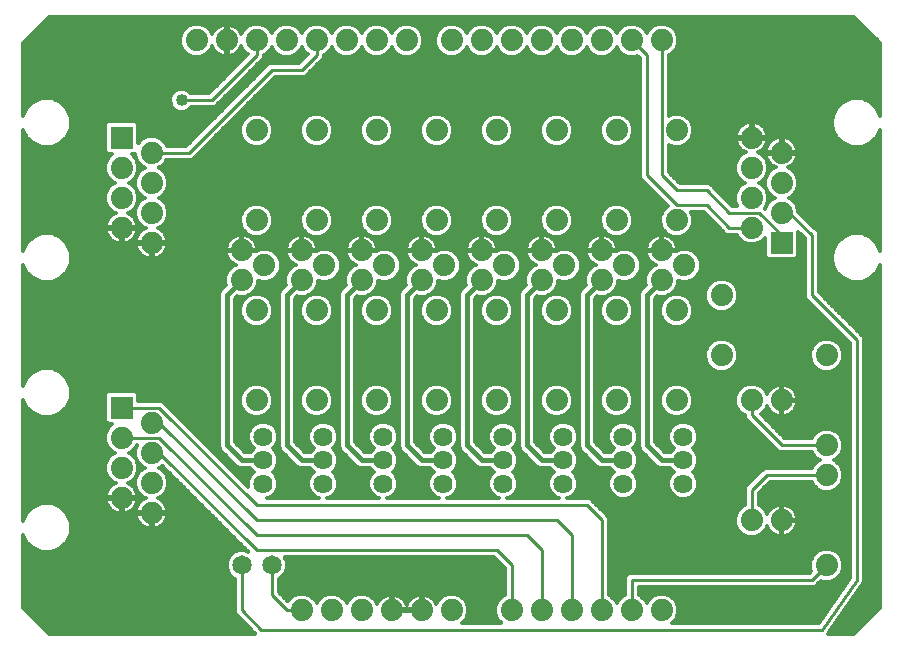
<source format=gbl>
G75*
G70*
%OFA0B0*%
%FSLAX24Y24*%
%IPPOS*%
%LPD*%
%AMOC8*
5,1,8,0,0,1.08239X$1,22.5*
%
%ADD10C,0.0740*%
%ADD11R,0.0740X0.0740*%
%ADD12C,0.0640*%
%ADD13C,0.0650*%
%ADD14C,0.0120*%
%ADD15C,0.0100*%
%ADD16C,0.0400*%
%ADD17C,0.0160*%
D10*
X009752Y004910D03*
X010752Y004410D03*
X010752Y005410D03*
X009752Y005910D03*
X010752Y006410D03*
X009752Y006910D03*
X010752Y007410D03*
X014252Y008160D03*
X016252Y008160D03*
X018252Y008160D03*
X020252Y008160D03*
X022252Y008160D03*
X024252Y008160D03*
X026252Y008160D03*
X028252Y008160D03*
X030752Y008160D03*
X031752Y008160D03*
X033252Y006660D03*
X033252Y005660D03*
X031752Y004160D03*
X030752Y004160D03*
X033252Y002660D03*
X027752Y001160D03*
X026752Y001160D03*
X025752Y001160D03*
X024752Y001160D03*
X023752Y001160D03*
X022752Y001160D03*
X020752Y001160D03*
X019752Y001160D03*
X018752Y001160D03*
X017752Y001160D03*
X016752Y001160D03*
X015752Y001160D03*
X029752Y009660D03*
X028252Y011160D03*
X029752Y011660D03*
X028502Y012660D03*
X027752Y012160D03*
X026502Y012660D03*
X025752Y012160D03*
X024502Y012660D03*
X023752Y012160D03*
X022502Y012660D03*
X021752Y012160D03*
X020502Y012660D03*
X019752Y012160D03*
X019752Y013160D03*
X018502Y012660D03*
X017752Y012160D03*
X016502Y012660D03*
X015752Y012160D03*
X014502Y012660D03*
X013752Y012160D03*
X013752Y013160D03*
X014252Y014160D03*
X015752Y013160D03*
X016252Y014160D03*
X017752Y013160D03*
X018252Y014160D03*
X020252Y014160D03*
X021752Y013160D03*
X022252Y014160D03*
X023752Y013160D03*
X024252Y014160D03*
X025752Y013160D03*
X026252Y014160D03*
X027752Y013160D03*
X028252Y014160D03*
X030752Y013910D03*
X031752Y014410D03*
X030752Y014910D03*
X031752Y015410D03*
X030752Y015910D03*
X031752Y016410D03*
X030752Y016910D03*
X028252Y017160D03*
X026252Y017160D03*
X024252Y017160D03*
X022252Y017160D03*
X020252Y017160D03*
X018252Y017160D03*
X016252Y017160D03*
X014252Y017160D03*
X010752Y016410D03*
X009752Y015910D03*
X010752Y015410D03*
X009752Y014910D03*
X010752Y014410D03*
X009752Y013910D03*
X010752Y013410D03*
X014252Y011160D03*
X016252Y011160D03*
X018252Y011160D03*
X020252Y011160D03*
X022252Y011160D03*
X024252Y011160D03*
X026252Y011160D03*
X033252Y009660D03*
X027752Y020160D03*
X026752Y020160D03*
X025752Y020160D03*
X024752Y020160D03*
X023752Y020160D03*
X022752Y020160D03*
X021752Y020160D03*
X020752Y020160D03*
X019252Y020160D03*
X018252Y020160D03*
X017252Y020160D03*
X016252Y020160D03*
X015252Y020160D03*
X014252Y020160D03*
X013252Y020160D03*
X012252Y020160D03*
D11*
X009752Y016910D03*
X009752Y007910D03*
X031752Y013410D03*
D12*
X028469Y006947D03*
X028469Y006160D03*
X028469Y005373D03*
X026469Y005373D03*
X026469Y006160D03*
X026469Y006947D03*
X024469Y006947D03*
X024469Y006160D03*
X024469Y005373D03*
X022469Y005373D03*
X022469Y006160D03*
X022469Y006947D03*
X020469Y006947D03*
X020469Y006160D03*
X020469Y005373D03*
X018469Y005373D03*
X018469Y006160D03*
X018469Y006947D03*
X016469Y006947D03*
X016469Y006160D03*
X016469Y005373D03*
X014469Y005373D03*
X014469Y006160D03*
X014469Y006947D03*
D13*
X014752Y002660D03*
X013752Y002660D03*
D14*
X006472Y003677D02*
X006472Y001251D01*
X007343Y000380D01*
X014207Y000380D01*
X014172Y000415D01*
X014172Y000415D01*
X013657Y000930D01*
X013522Y001065D01*
X013522Y002209D01*
X013466Y002232D01*
X013324Y002374D01*
X013247Y002560D01*
X013247Y002760D01*
X013324Y002946D01*
X013466Y003088D01*
X013652Y003165D01*
X013853Y003165D01*
X013971Y003116D01*
X011104Y005983D01*
X011064Y005944D01*
X010982Y005910D01*
X011064Y005876D01*
X011219Y005722D01*
X011302Y005519D01*
X011302Y005301D01*
X011219Y005098D01*
X011064Y004944D01*
X010958Y004900D01*
X011030Y004863D01*
X011098Y004814D01*
X011157Y004755D01*
X011206Y004688D01*
X011244Y004613D01*
X011269Y004534D01*
X011282Y004452D01*
X011282Y004448D01*
X010791Y004448D01*
X010791Y004372D01*
X011282Y004372D01*
X011282Y004368D01*
X011269Y004286D01*
X011244Y004207D01*
X011206Y004132D01*
X011157Y004065D01*
X011098Y004006D01*
X011030Y003957D01*
X010956Y003919D01*
X010876Y003893D01*
X010794Y003880D01*
X010791Y003880D01*
X010791Y004372D01*
X010714Y004372D01*
X010222Y004372D01*
X010222Y004368D01*
X010235Y004286D01*
X010261Y004207D01*
X010299Y004132D01*
X010348Y004065D01*
X010407Y004006D01*
X010475Y003957D01*
X010549Y003919D01*
X010628Y003893D01*
X010711Y003880D01*
X010714Y003880D01*
X010714Y004372D01*
X010714Y004448D01*
X010222Y004448D01*
X010222Y004452D01*
X010235Y004534D01*
X010261Y004613D01*
X010299Y004688D01*
X010348Y004755D01*
X010407Y004814D01*
X010475Y004863D01*
X010547Y004900D01*
X010441Y004944D01*
X010286Y005098D01*
X010202Y005301D01*
X010202Y005519D01*
X010286Y005722D01*
X010441Y005876D01*
X010522Y005910D01*
X010441Y005944D01*
X010286Y006098D01*
X010202Y006301D01*
X010202Y006519D01*
X010269Y006680D01*
X010252Y006680D01*
X010219Y006598D01*
X010064Y006444D01*
X009982Y006410D01*
X010064Y006376D01*
X010219Y006222D01*
X010302Y006019D01*
X010302Y005801D01*
X010219Y005598D01*
X010064Y005444D01*
X009958Y005400D01*
X010030Y005363D01*
X010098Y005314D01*
X010157Y005255D01*
X010206Y005188D01*
X010244Y005113D01*
X010269Y005034D01*
X010282Y004952D01*
X010282Y004948D01*
X009791Y004948D01*
X009791Y004872D01*
X010282Y004872D01*
X010282Y004868D01*
X010269Y004786D01*
X010244Y004707D01*
X010206Y004632D01*
X010157Y004565D01*
X010098Y004506D01*
X010030Y004457D01*
X009956Y004419D01*
X009876Y004393D01*
X009794Y004380D01*
X009791Y004380D01*
X009791Y004872D01*
X009714Y004872D01*
X009222Y004872D01*
X009222Y004868D01*
X009235Y004786D01*
X009261Y004707D01*
X009299Y004632D01*
X009348Y004565D01*
X009407Y004506D01*
X009475Y004457D01*
X009549Y004419D01*
X009628Y004393D01*
X009711Y004380D01*
X009714Y004380D01*
X009714Y004872D01*
X009714Y004948D01*
X009222Y004948D01*
X009222Y004952D01*
X009235Y005034D01*
X009261Y005113D01*
X009299Y005188D01*
X009348Y005255D01*
X009407Y005314D01*
X009475Y005363D01*
X009547Y005400D01*
X009441Y005444D01*
X009286Y005598D01*
X009202Y005801D01*
X009202Y006019D01*
X009286Y006222D01*
X009441Y006376D01*
X009522Y006410D01*
X009441Y006444D01*
X009286Y006598D01*
X009202Y006801D01*
X009202Y007019D01*
X009286Y007222D01*
X009425Y007360D01*
X009308Y007360D01*
X009202Y007465D01*
X009202Y008355D01*
X009308Y008460D01*
X010197Y008460D01*
X010302Y008355D01*
X010302Y008140D01*
X011098Y008140D01*
X013972Y005266D01*
X013969Y005273D01*
X013969Y005472D01*
X014045Y005656D01*
X014155Y005766D01*
X014045Y005877D01*
X014035Y005900D01*
X013701Y005900D01*
X013605Y005940D01*
X013105Y006440D01*
X013032Y006513D01*
X012992Y006608D01*
X012992Y011712D01*
X013032Y011807D01*
X013224Y011999D01*
X013202Y012051D01*
X013202Y012269D01*
X013286Y012472D01*
X013441Y012626D01*
X013547Y012670D01*
X013475Y012707D01*
X013407Y012756D01*
X013348Y012815D01*
X013299Y012882D01*
X013261Y012957D01*
X013235Y013036D01*
X013222Y013118D01*
X013222Y013140D01*
X013732Y013140D01*
X013732Y013180D01*
X013222Y013180D01*
X013222Y013202D01*
X013235Y013284D01*
X013261Y013363D01*
X013299Y013438D01*
X013348Y013505D01*
X013407Y013564D01*
X013475Y013613D01*
X013549Y013651D01*
X013628Y013677D01*
X013711Y013690D01*
X013732Y013690D01*
X013732Y013180D01*
X013772Y013180D01*
X013772Y013690D01*
X013794Y013690D01*
X013876Y013677D01*
X013956Y013651D01*
X014030Y013613D01*
X014098Y013564D01*
X014157Y013505D01*
X014206Y013438D01*
X014244Y013363D01*
X014269Y013284D01*
X014282Y013202D01*
X014282Y013180D01*
X013772Y013180D01*
X013772Y013140D01*
X014224Y013140D01*
X014393Y013210D01*
X014612Y013210D01*
X014814Y013126D01*
X014969Y012972D01*
X015052Y012769D01*
X015052Y012551D01*
X014969Y012348D01*
X014814Y012194D01*
X014612Y012110D01*
X014393Y012110D01*
X014302Y012148D01*
X014302Y012051D01*
X014219Y011848D01*
X014064Y011694D01*
X013862Y011610D01*
X013643Y011610D01*
X013591Y011631D01*
X013512Y011552D01*
X013512Y006768D01*
X013860Y006420D01*
X014035Y006420D01*
X014045Y006443D01*
X014155Y006554D01*
X014045Y006664D01*
X013969Y006848D01*
X013969Y007047D01*
X014045Y007231D01*
X014186Y007371D01*
X014369Y007447D01*
X014568Y007447D01*
X014752Y007371D01*
X014893Y007231D01*
X014969Y007047D01*
X014969Y006848D01*
X014893Y006664D01*
X014782Y006554D01*
X014893Y006443D01*
X014969Y006259D01*
X014969Y006061D01*
X014893Y005877D01*
X014782Y005766D01*
X014893Y005656D01*
X014969Y005472D01*
X014969Y005273D01*
X014893Y005089D01*
X014752Y004949D01*
X014610Y004890D01*
X016327Y004890D01*
X016186Y004949D01*
X016045Y005089D01*
X015969Y005273D01*
X015969Y005472D01*
X016045Y005656D01*
X016155Y005766D01*
X016045Y005877D01*
X016035Y005900D01*
X015701Y005900D01*
X015605Y005940D01*
X015105Y006440D01*
X015032Y006513D01*
X014992Y006608D01*
X014992Y011712D01*
X015032Y011807D01*
X015224Y011999D01*
X015202Y012051D01*
X015202Y012269D01*
X015286Y012472D01*
X015441Y012626D01*
X015547Y012670D01*
X015475Y012707D01*
X015407Y012756D01*
X015348Y012815D01*
X015299Y012882D01*
X015261Y012957D01*
X015235Y013036D01*
X015222Y013118D01*
X015222Y013140D01*
X015732Y013140D01*
X015732Y013180D01*
X015222Y013180D01*
X015222Y013202D01*
X015235Y013284D01*
X015261Y013363D01*
X015299Y013438D01*
X015348Y013505D01*
X015407Y013564D01*
X015475Y013613D01*
X015549Y013651D01*
X015628Y013677D01*
X015711Y013690D01*
X015732Y013690D01*
X015732Y013180D01*
X015772Y013180D01*
X015772Y013690D01*
X015794Y013690D01*
X015876Y013677D01*
X015956Y013651D01*
X016030Y013613D01*
X016098Y013564D01*
X016157Y013505D01*
X016206Y013438D01*
X016244Y013363D01*
X016269Y013284D01*
X016282Y013202D01*
X016282Y013180D01*
X015772Y013180D01*
X015772Y013140D01*
X016224Y013140D01*
X016393Y013210D01*
X016612Y013210D01*
X016814Y013126D01*
X016969Y012972D01*
X017052Y012769D01*
X017052Y012551D01*
X016969Y012348D01*
X016814Y012194D01*
X016612Y012110D01*
X016393Y012110D01*
X016302Y012148D01*
X016302Y012051D01*
X016219Y011848D01*
X016064Y011694D01*
X015862Y011610D01*
X015643Y011610D01*
X015591Y011631D01*
X015512Y011552D01*
X015512Y006768D01*
X015860Y006420D01*
X016035Y006420D01*
X016045Y006443D01*
X016155Y006554D01*
X016045Y006664D01*
X015969Y006848D01*
X015969Y007047D01*
X016045Y007231D01*
X016186Y007371D01*
X016369Y007447D01*
X016568Y007447D01*
X016752Y007371D01*
X016893Y007231D01*
X016969Y007047D01*
X016969Y006848D01*
X016893Y006664D01*
X016782Y006554D01*
X016893Y006443D01*
X016969Y006259D01*
X016969Y006061D01*
X016893Y005877D01*
X016782Y005766D01*
X016893Y005656D01*
X016969Y005472D01*
X016969Y005273D01*
X016893Y005089D01*
X016752Y004949D01*
X016610Y004890D01*
X018327Y004890D01*
X018186Y004949D01*
X018045Y005089D01*
X017969Y005273D01*
X017969Y005472D01*
X018045Y005656D01*
X018155Y005766D01*
X018045Y005877D01*
X018035Y005900D01*
X017701Y005900D01*
X017605Y005940D01*
X017105Y006440D01*
X017032Y006513D01*
X016992Y006608D01*
X016992Y011712D01*
X017032Y011807D01*
X017224Y011999D01*
X017202Y012051D01*
X017202Y012269D01*
X017286Y012472D01*
X017441Y012626D01*
X017547Y012670D01*
X017475Y012707D01*
X017407Y012756D01*
X017348Y012815D01*
X017299Y012882D01*
X017261Y012957D01*
X017235Y013036D01*
X017222Y013118D01*
X017222Y013140D01*
X017732Y013140D01*
X017732Y013180D01*
X017222Y013180D01*
X017222Y013202D01*
X017235Y013284D01*
X017261Y013363D01*
X017299Y013438D01*
X017348Y013505D01*
X017407Y013564D01*
X017475Y013613D01*
X017549Y013651D01*
X017628Y013677D01*
X017711Y013690D01*
X017732Y013690D01*
X017732Y013180D01*
X017772Y013180D01*
X017772Y013690D01*
X017794Y013690D01*
X017876Y013677D01*
X017956Y013651D01*
X018030Y013613D01*
X018098Y013564D01*
X018157Y013505D01*
X018206Y013438D01*
X018244Y013363D01*
X018269Y013284D01*
X018282Y013202D01*
X018282Y013180D01*
X017772Y013180D01*
X017772Y013140D01*
X018224Y013140D01*
X018393Y013210D01*
X018612Y013210D01*
X018814Y013126D01*
X018969Y012972D01*
X019052Y012769D01*
X019052Y012551D01*
X018969Y012348D01*
X018814Y012194D01*
X018612Y012110D01*
X018393Y012110D01*
X018302Y012148D01*
X018302Y012051D01*
X018219Y011848D01*
X018064Y011694D01*
X017862Y011610D01*
X017643Y011610D01*
X017591Y011631D01*
X017512Y011552D01*
X017512Y006768D01*
X017860Y006420D01*
X018035Y006420D01*
X018045Y006443D01*
X018155Y006554D01*
X018045Y006664D01*
X017969Y006848D01*
X017969Y007047D01*
X018045Y007231D01*
X018186Y007371D01*
X018369Y007447D01*
X018568Y007447D01*
X018752Y007371D01*
X018893Y007231D01*
X018969Y007047D01*
X018969Y006848D01*
X018893Y006664D01*
X018782Y006554D01*
X018893Y006443D01*
X018969Y006259D01*
X018969Y006061D01*
X018893Y005877D01*
X018782Y005766D01*
X018893Y005656D01*
X018969Y005472D01*
X018969Y005273D01*
X018893Y005089D01*
X018752Y004949D01*
X018610Y004890D01*
X020327Y004890D01*
X020186Y004949D01*
X020045Y005089D01*
X019969Y005273D01*
X019969Y005472D01*
X020045Y005656D01*
X020155Y005766D01*
X020045Y005877D01*
X020035Y005900D01*
X019701Y005900D01*
X019605Y005940D01*
X019105Y006440D01*
X019032Y006513D01*
X018992Y006608D01*
X018992Y011712D01*
X019032Y011807D01*
X019105Y011880D01*
X019105Y011880D01*
X019224Y011999D01*
X019202Y012051D01*
X019202Y012269D01*
X019286Y012472D01*
X019441Y012626D01*
X019547Y012670D01*
X019475Y012707D01*
X019407Y012756D01*
X019348Y012815D01*
X019299Y012882D01*
X019261Y012957D01*
X019235Y013036D01*
X019222Y013118D01*
X019222Y013140D01*
X019732Y013140D01*
X019732Y013180D01*
X019222Y013180D01*
X019222Y013202D01*
X019235Y013284D01*
X019261Y013363D01*
X019299Y013438D01*
X019348Y013505D01*
X019407Y013564D01*
X019475Y013613D01*
X019549Y013651D01*
X019628Y013677D01*
X019711Y013690D01*
X019732Y013690D01*
X019732Y013180D01*
X019772Y013180D01*
X019772Y013690D01*
X019794Y013690D01*
X019876Y013677D01*
X019956Y013651D01*
X020030Y013613D01*
X020098Y013564D01*
X020157Y013505D01*
X020206Y013438D01*
X020244Y013363D01*
X020269Y013284D01*
X020282Y013202D01*
X020282Y013180D01*
X019772Y013180D01*
X019772Y013140D01*
X020224Y013140D01*
X020393Y013210D01*
X020612Y013210D01*
X020814Y013126D01*
X020969Y012972D01*
X021052Y012769D01*
X021052Y012551D01*
X020969Y012348D01*
X020814Y012194D01*
X020612Y012110D01*
X020393Y012110D01*
X020302Y012148D01*
X020302Y012051D01*
X020219Y011848D01*
X020064Y011694D01*
X019862Y011610D01*
X019643Y011610D01*
X019591Y011631D01*
X019512Y011552D01*
X019512Y006768D01*
X019860Y006420D01*
X020035Y006420D01*
X020045Y006443D01*
X020155Y006554D01*
X020045Y006664D01*
X019969Y006848D01*
X019969Y007047D01*
X020045Y007231D01*
X020186Y007371D01*
X020369Y007447D01*
X020568Y007447D01*
X020752Y007371D01*
X020893Y007231D01*
X020969Y007047D01*
X020969Y006848D01*
X020893Y006664D01*
X020782Y006554D01*
X020893Y006443D01*
X020969Y006259D01*
X020969Y006061D01*
X020893Y005877D01*
X020782Y005766D01*
X020893Y005656D01*
X020969Y005472D01*
X020969Y005273D01*
X020893Y005089D01*
X020752Y004949D01*
X020610Y004890D01*
X022327Y004890D01*
X022186Y004949D01*
X022045Y005089D01*
X021969Y005273D01*
X021969Y005472D01*
X022045Y005656D01*
X022155Y005766D01*
X022045Y005877D01*
X022035Y005900D01*
X021701Y005900D01*
X021605Y005940D01*
X021105Y006440D01*
X021032Y006513D01*
X020992Y006608D01*
X020992Y011712D01*
X021032Y011807D01*
X021224Y011999D01*
X021202Y012051D01*
X021202Y012269D01*
X021286Y012472D01*
X021441Y012626D01*
X021547Y012670D01*
X021475Y012707D01*
X021407Y012756D01*
X021348Y012815D01*
X021299Y012882D01*
X021261Y012957D01*
X021235Y013036D01*
X021222Y013118D01*
X021222Y013140D01*
X021732Y013140D01*
X021732Y013180D01*
X021222Y013180D01*
X021222Y013202D01*
X021235Y013284D01*
X021261Y013363D01*
X021299Y013438D01*
X021348Y013505D01*
X021407Y013564D01*
X021475Y013613D01*
X021549Y013651D01*
X021628Y013677D01*
X021711Y013690D01*
X021732Y013690D01*
X021732Y013180D01*
X021772Y013180D01*
X021772Y013690D01*
X021794Y013690D01*
X021876Y013677D01*
X021956Y013651D01*
X022030Y013613D01*
X022098Y013564D01*
X022157Y013505D01*
X022206Y013438D01*
X022244Y013363D01*
X022269Y013284D01*
X022282Y013202D01*
X022282Y013180D01*
X021772Y013180D01*
X021772Y013140D01*
X022224Y013140D01*
X022393Y013210D01*
X022612Y013210D01*
X022814Y013126D01*
X022969Y012972D01*
X023052Y012769D01*
X023052Y012551D01*
X022969Y012348D01*
X022814Y012194D01*
X022612Y012110D01*
X022393Y012110D01*
X022302Y012148D01*
X022302Y012051D01*
X022219Y011848D01*
X022064Y011694D01*
X021862Y011610D01*
X021643Y011610D01*
X021591Y011631D01*
X021512Y011552D01*
X021512Y006768D01*
X021860Y006420D01*
X022035Y006420D01*
X022045Y006443D01*
X022155Y006554D01*
X022045Y006664D01*
X021969Y006848D01*
X021969Y007047D01*
X022045Y007231D01*
X022186Y007371D01*
X022369Y007447D01*
X022568Y007447D01*
X022752Y007371D01*
X022893Y007231D01*
X022969Y007047D01*
X022969Y006848D01*
X022893Y006664D01*
X022782Y006554D01*
X022893Y006443D01*
X022969Y006259D01*
X022969Y006061D01*
X022893Y005877D01*
X022782Y005766D01*
X022893Y005656D01*
X022969Y005472D01*
X022969Y005273D01*
X022893Y005089D01*
X022752Y004949D01*
X022610Y004890D01*
X024327Y004890D01*
X024186Y004949D01*
X024045Y005089D01*
X023969Y005273D01*
X023969Y005472D01*
X024045Y005656D01*
X024155Y005766D01*
X024045Y005877D01*
X024035Y005900D01*
X023701Y005900D01*
X023605Y005940D01*
X023105Y006440D01*
X023032Y006513D01*
X022992Y006608D01*
X022992Y011712D01*
X023032Y011807D01*
X023224Y011999D01*
X023202Y012051D01*
X023202Y012269D01*
X023286Y012472D01*
X023441Y012626D01*
X023547Y012670D01*
X023475Y012707D01*
X023407Y012756D01*
X023348Y012815D01*
X023299Y012882D01*
X023261Y012957D01*
X023235Y013036D01*
X023222Y013118D01*
X023222Y013140D01*
X023732Y013140D01*
X023732Y013180D01*
X023222Y013180D01*
X023222Y013202D01*
X023235Y013284D01*
X023261Y013363D01*
X023299Y013438D01*
X023348Y013505D01*
X023407Y013564D01*
X023475Y013613D01*
X023549Y013651D01*
X023628Y013677D01*
X023711Y013690D01*
X023732Y013690D01*
X023732Y013180D01*
X023772Y013180D01*
X023772Y013690D01*
X023794Y013690D01*
X023876Y013677D01*
X023956Y013651D01*
X024030Y013613D01*
X024098Y013564D01*
X024157Y013505D01*
X024206Y013438D01*
X024244Y013363D01*
X024269Y013284D01*
X024282Y013202D01*
X024282Y013180D01*
X023772Y013180D01*
X023772Y013140D01*
X024224Y013140D01*
X024393Y013210D01*
X024612Y013210D01*
X024814Y013126D01*
X024969Y012972D01*
X025052Y012769D01*
X025052Y012551D01*
X024969Y012348D01*
X024814Y012194D01*
X024612Y012110D01*
X024393Y012110D01*
X024302Y012148D01*
X024302Y012051D01*
X024219Y011848D01*
X024064Y011694D01*
X023862Y011610D01*
X023643Y011610D01*
X023591Y011631D01*
X023512Y011552D01*
X023512Y006768D01*
X023860Y006420D01*
X024035Y006420D01*
X024045Y006443D01*
X024155Y006554D01*
X024045Y006664D01*
X023969Y006848D01*
X023969Y007047D01*
X024045Y007231D01*
X024186Y007371D01*
X024369Y007447D01*
X024568Y007447D01*
X024752Y007371D01*
X024893Y007231D01*
X024969Y007047D01*
X024969Y006848D01*
X024893Y006664D01*
X024782Y006554D01*
X024893Y006443D01*
X024969Y006259D01*
X024969Y006061D01*
X024893Y005877D01*
X024782Y005766D01*
X024893Y005656D01*
X024969Y005472D01*
X024969Y005273D01*
X024893Y005089D01*
X024752Y004949D01*
X024610Y004890D01*
X025348Y004890D01*
X025482Y004755D01*
X025848Y004390D01*
X025982Y004255D01*
X025982Y001660D01*
X026064Y001626D01*
X026219Y001472D01*
X026252Y001390D01*
X026286Y001472D01*
X026441Y001626D01*
X026522Y001660D01*
X026522Y002255D01*
X026657Y002390D01*
X032657Y002390D01*
X032736Y002469D01*
X032702Y002551D01*
X032702Y002769D01*
X032786Y002972D01*
X032941Y003126D01*
X033143Y003210D01*
X033362Y003210D01*
X033564Y003126D01*
X033719Y002972D01*
X033802Y002769D01*
X033802Y002551D01*
X033719Y002348D01*
X033564Y002194D01*
X033362Y002110D01*
X033143Y002110D01*
X033061Y002144D01*
X032848Y001930D01*
X026982Y001930D01*
X026982Y001660D01*
X027064Y001626D01*
X027219Y001472D01*
X027252Y001390D01*
X027286Y001472D01*
X027441Y001626D01*
X027643Y001710D01*
X027862Y001710D01*
X028064Y001626D01*
X028219Y001472D01*
X028302Y001269D01*
X028302Y001051D01*
X028219Y000848D01*
X028110Y000740D01*
X032982Y000740D01*
X034022Y002232D01*
X034022Y010065D01*
X032522Y011565D01*
X032522Y013565D01*
X032302Y013785D01*
X032302Y012965D01*
X032197Y012860D01*
X031308Y012860D01*
X031202Y012965D01*
X031202Y013582D01*
X031064Y013444D01*
X030862Y013360D01*
X030643Y013360D01*
X030441Y013444D01*
X030286Y013598D01*
X030252Y013680D01*
X029907Y013680D01*
X029772Y013815D01*
X029772Y013815D01*
X029157Y014430D01*
X028736Y014430D01*
X028802Y014269D01*
X028802Y014051D01*
X028719Y013848D01*
X028564Y013694D01*
X028362Y013610D01*
X028143Y013610D01*
X027941Y013694D01*
X027786Y013848D01*
X027702Y014051D01*
X027702Y014269D01*
X027786Y014472D01*
X027941Y014626D01*
X027955Y014632D01*
X027157Y015430D01*
X027157Y015430D01*
X027022Y015565D01*
X011283Y015565D01*
X011302Y015519D02*
X011219Y015722D01*
X011064Y015876D01*
X010982Y015910D01*
X011064Y015944D01*
X011219Y016098D01*
X011252Y016180D01*
X012098Y016180D01*
X014848Y018930D01*
X015848Y018930D01*
X016348Y019430D01*
X016482Y019565D01*
X016482Y019660D01*
X016564Y019694D01*
X016719Y019848D01*
X016752Y019930D01*
X016786Y019848D01*
X016941Y019694D01*
X017143Y019610D01*
X017362Y019610D01*
X017564Y019694D01*
X017719Y019848D01*
X017752Y019930D01*
X017786Y019848D01*
X017941Y019694D01*
X018143Y019610D01*
X018362Y019610D01*
X018564Y019694D01*
X018719Y019848D01*
X018752Y019930D01*
X018786Y019848D01*
X018941Y019694D01*
X019143Y019610D01*
X019362Y019610D01*
X019564Y019694D01*
X019719Y019848D01*
X019802Y020051D01*
X019802Y020269D01*
X019719Y020472D01*
X019564Y020626D01*
X019362Y020710D01*
X019143Y020710D01*
X018941Y020626D01*
X018786Y020472D01*
X018752Y020390D01*
X018719Y020472D01*
X018564Y020626D01*
X018362Y020710D01*
X018143Y020710D01*
X017941Y020626D01*
X017786Y020472D01*
X017752Y020390D01*
X017719Y020472D01*
X017564Y020626D01*
X017362Y020710D01*
X017143Y020710D01*
X016941Y020626D01*
X016786Y020472D01*
X016752Y020390D01*
X016719Y020472D01*
X016564Y020626D01*
X016362Y020710D01*
X016143Y020710D01*
X015941Y020626D01*
X015786Y020472D01*
X015752Y020390D01*
X015719Y020472D01*
X015564Y020626D01*
X015362Y020710D01*
X015143Y020710D01*
X014941Y020626D01*
X014786Y020472D01*
X014752Y020390D01*
X014719Y020472D01*
X014564Y020626D01*
X014362Y020710D01*
X014143Y020710D01*
X013941Y020626D01*
X013786Y020472D01*
X013742Y020366D01*
X013706Y020438D01*
X013657Y020505D01*
X013598Y020564D01*
X013530Y020613D01*
X013456Y020651D01*
X013376Y020677D01*
X013294Y020690D01*
X013292Y020690D01*
X013292Y020200D01*
X013212Y020200D01*
X013212Y020690D01*
X013211Y020690D01*
X013128Y020677D01*
X013049Y020651D01*
X012975Y020613D01*
X012907Y020564D01*
X012848Y020505D01*
X012799Y020438D01*
X012762Y020366D01*
X012719Y020472D01*
X012564Y020626D01*
X012362Y020710D01*
X012143Y020710D01*
X011941Y020626D01*
X011786Y020472D01*
X011702Y020269D01*
X011702Y020051D01*
X011786Y019848D01*
X011941Y019694D01*
X012143Y019610D01*
X012362Y019610D01*
X012564Y019694D01*
X012719Y019848D01*
X012762Y019954D01*
X012799Y019882D01*
X012848Y019815D01*
X012907Y019756D01*
X012975Y019707D01*
X013049Y019669D01*
X013128Y019643D01*
X013211Y019630D01*
X013212Y019630D01*
X013212Y020120D01*
X013292Y020120D01*
X013292Y019630D01*
X013294Y019630D01*
X013376Y019643D01*
X013456Y019669D01*
X013530Y019707D01*
X013598Y019756D01*
X013657Y019815D01*
X013706Y019882D01*
X013742Y019954D01*
X013786Y019848D01*
X013941Y019694D01*
X013955Y019688D01*
X012657Y018390D01*
X012060Y018390D01*
X011968Y018482D01*
X011828Y018540D01*
X011677Y018540D01*
X011537Y018482D01*
X011430Y018375D01*
X011372Y018236D01*
X011372Y018084D01*
X011430Y017945D01*
X011537Y017838D01*
X011677Y017780D01*
X011828Y017780D01*
X011968Y017838D01*
X012060Y017930D01*
X012848Y017930D01*
X012982Y018065D01*
X014482Y019565D01*
X014482Y019660D01*
X014564Y019694D01*
X014719Y019848D01*
X014752Y019930D01*
X014786Y019848D01*
X014941Y019694D01*
X015143Y019610D01*
X015362Y019610D01*
X015564Y019694D01*
X015719Y019848D01*
X015752Y019930D01*
X015786Y019848D01*
X015941Y019694D01*
X015955Y019688D01*
X015657Y019390D01*
X014657Y019390D01*
X014522Y019255D01*
X011907Y016640D01*
X011252Y016640D01*
X011219Y016722D01*
X011064Y016876D01*
X010862Y016960D01*
X010643Y016960D01*
X010441Y016876D01*
X010302Y016738D01*
X010302Y017355D01*
X010197Y017460D01*
X009308Y017460D01*
X009202Y017355D01*
X009202Y016465D01*
X009308Y016360D01*
X009425Y016360D01*
X009286Y016222D01*
X009202Y016019D01*
X009202Y015801D01*
X009286Y015598D01*
X009441Y015444D01*
X009522Y015410D01*
X009441Y015376D01*
X009286Y015222D01*
X009202Y015019D01*
X009202Y014801D01*
X009286Y014598D01*
X009441Y014444D01*
X009547Y014400D01*
X009475Y014363D01*
X009407Y014314D01*
X009348Y014255D01*
X009299Y014188D01*
X009261Y014113D01*
X009235Y014034D01*
X009222Y013952D01*
X009222Y013948D01*
X009714Y013948D01*
X009714Y013872D01*
X009222Y013872D01*
X009222Y013868D01*
X009235Y013786D01*
X009261Y013707D01*
X009299Y013632D01*
X009348Y013565D01*
X009407Y013506D01*
X009475Y013457D01*
X009549Y013419D01*
X009628Y013393D01*
X009711Y013380D01*
X009714Y013380D01*
X009714Y013872D01*
X009791Y013872D01*
X009791Y013948D01*
X010282Y013948D01*
X010282Y013952D01*
X010269Y014034D01*
X010244Y014113D01*
X010206Y014188D01*
X010157Y014255D01*
X010098Y014314D01*
X010030Y014363D01*
X009958Y014400D01*
X010064Y014444D01*
X010219Y014598D01*
X010302Y014801D01*
X010302Y015019D01*
X010219Y015222D01*
X010064Y015376D01*
X009982Y015410D01*
X010064Y015444D01*
X010219Y015598D01*
X010302Y015801D01*
X010302Y016019D01*
X010219Y016222D01*
X010080Y016360D01*
X010197Y016360D01*
X010202Y016365D01*
X010202Y016301D01*
X010286Y016098D01*
X010441Y015944D01*
X010522Y015910D01*
X010441Y015876D01*
X010286Y015722D01*
X010202Y015519D01*
X010202Y015301D01*
X010286Y015098D01*
X010441Y014944D01*
X010522Y014910D01*
X010441Y014876D01*
X010286Y014722D01*
X010202Y014519D01*
X010202Y014301D01*
X010286Y014098D01*
X010441Y013944D01*
X010547Y013900D01*
X010475Y013863D01*
X010407Y013814D01*
X010348Y013755D01*
X010299Y013688D01*
X010261Y013613D01*
X010235Y013534D01*
X010222Y013452D01*
X010222Y013448D01*
X010714Y013448D01*
X010714Y013372D01*
X010222Y013372D01*
X010222Y013368D01*
X010235Y013286D01*
X010261Y013207D01*
X010299Y013132D01*
X010348Y013065D01*
X010407Y013006D01*
X010475Y012957D01*
X010549Y012919D01*
X010628Y012893D01*
X010711Y012880D01*
X010714Y012880D01*
X010714Y013372D01*
X010791Y013372D01*
X010791Y013448D01*
X011282Y013448D01*
X011282Y013452D01*
X011269Y013534D01*
X011244Y013613D01*
X011206Y013688D01*
X011157Y013755D01*
X011098Y013814D01*
X011030Y013863D01*
X010958Y013900D01*
X011064Y013944D01*
X011219Y014098D01*
X011302Y014301D01*
X011302Y014519D01*
X011219Y014722D01*
X011064Y014876D01*
X010982Y014910D01*
X011064Y014944D01*
X011219Y015098D01*
X011302Y015301D01*
X011302Y015519D01*
X011302Y015447D02*
X027141Y015447D01*
X027022Y015565D02*
X027022Y019565D01*
X026943Y019644D01*
X026862Y019610D01*
X026643Y019610D01*
X026441Y019694D01*
X026286Y019848D01*
X026252Y019930D01*
X026219Y019848D01*
X026064Y019694D01*
X025862Y019610D01*
X025643Y019610D01*
X025441Y019694D01*
X025286Y019848D01*
X025252Y019930D01*
X025219Y019848D01*
X025064Y019694D01*
X024862Y019610D01*
X024643Y019610D01*
X024441Y019694D01*
X024286Y019848D01*
X024252Y019930D01*
X024219Y019848D01*
X024064Y019694D01*
X023862Y019610D01*
X023643Y019610D01*
X023441Y019694D01*
X023286Y019848D01*
X023252Y019930D01*
X023219Y019848D01*
X023064Y019694D01*
X022862Y019610D01*
X022643Y019610D01*
X022441Y019694D01*
X022286Y019848D01*
X022252Y019930D01*
X022219Y019848D01*
X022064Y019694D01*
X021862Y019610D01*
X021643Y019610D01*
X021441Y019694D01*
X021286Y019848D01*
X021252Y019930D01*
X021219Y019848D01*
X021064Y019694D01*
X020862Y019610D01*
X020643Y019610D01*
X020441Y019694D01*
X020286Y019848D01*
X020202Y020051D01*
X020202Y020269D01*
X020286Y020472D01*
X020441Y020626D01*
X020643Y020710D01*
X020862Y020710D01*
X021064Y020626D01*
X021219Y020472D01*
X021252Y020390D01*
X021286Y020472D01*
X021441Y020626D01*
X021643Y020710D01*
X021862Y020710D01*
X022064Y020626D01*
X022219Y020472D01*
X022252Y020390D01*
X022286Y020472D01*
X022441Y020626D01*
X022643Y020710D01*
X022862Y020710D01*
X023064Y020626D01*
X023219Y020472D01*
X023252Y020390D01*
X023286Y020472D01*
X023441Y020626D01*
X023643Y020710D01*
X023862Y020710D01*
X024064Y020626D01*
X024219Y020472D01*
X024252Y020390D01*
X024286Y020472D01*
X024441Y020626D01*
X024643Y020710D01*
X024862Y020710D01*
X025064Y020626D01*
X025219Y020472D01*
X025252Y020390D01*
X025286Y020472D01*
X025441Y020626D01*
X025643Y020710D01*
X025862Y020710D01*
X026064Y020626D01*
X026219Y020472D01*
X026252Y020390D01*
X026286Y020472D01*
X026441Y020626D01*
X026643Y020710D01*
X026862Y020710D01*
X027064Y020626D01*
X027219Y020472D01*
X027252Y020390D01*
X027286Y020472D01*
X027441Y020626D01*
X027643Y020710D01*
X027862Y020710D01*
X028064Y020626D01*
X028219Y020472D01*
X028302Y020269D01*
X028302Y020051D01*
X028219Y019848D01*
X028064Y019694D01*
X027982Y019660D01*
X027982Y017643D01*
X028143Y017710D01*
X028362Y017710D01*
X028564Y017626D01*
X028719Y017472D01*
X028802Y017269D01*
X028802Y017051D01*
X028719Y016848D01*
X028564Y016694D01*
X028362Y016610D01*
X028143Y016610D01*
X027982Y016677D01*
X027982Y015755D01*
X028348Y015390D01*
X029348Y015390D01*
X030098Y014640D01*
X030269Y014640D01*
X030202Y014801D01*
X030202Y015019D01*
X030286Y015222D01*
X030441Y015376D01*
X030522Y015410D01*
X030441Y015444D01*
X030286Y015598D01*
X030202Y015801D01*
X030202Y016019D01*
X030286Y016222D01*
X030441Y016376D01*
X030547Y016420D01*
X030475Y016457D01*
X030407Y016506D01*
X030348Y016565D01*
X030299Y016632D01*
X030261Y016707D01*
X030235Y016786D01*
X030222Y016868D01*
X030222Y016872D01*
X030714Y016872D01*
X030714Y016948D01*
X030222Y016948D01*
X030222Y016952D01*
X030235Y017034D01*
X030261Y017113D01*
X030299Y017188D01*
X030348Y017255D01*
X030407Y017314D01*
X030475Y017363D01*
X030549Y017401D01*
X030628Y017427D01*
X030711Y017440D01*
X030714Y017440D01*
X030714Y016948D01*
X030791Y016948D01*
X031282Y016948D01*
X031282Y016952D01*
X031269Y017034D01*
X031244Y017113D01*
X031206Y017188D01*
X031157Y017255D01*
X031098Y017314D01*
X031030Y017363D01*
X030956Y017401D01*
X030876Y017427D01*
X030794Y017440D01*
X030791Y017440D01*
X030791Y016948D01*
X030791Y016872D01*
X031282Y016872D01*
X031282Y016868D01*
X031269Y016786D01*
X031244Y016707D01*
X031206Y016632D01*
X031157Y016565D01*
X031098Y016506D01*
X031030Y016457D01*
X030958Y016420D01*
X031064Y016376D01*
X031219Y016222D01*
X031302Y016019D01*
X031302Y015801D01*
X031219Y015598D01*
X031064Y015444D01*
X030982Y015410D01*
X031064Y015376D01*
X031219Y015222D01*
X031302Y015019D01*
X031302Y014801D01*
X031219Y014598D01*
X031179Y014559D01*
X031207Y014531D01*
X031286Y014722D01*
X031441Y014876D01*
X031522Y014910D01*
X031441Y014944D01*
X031286Y015098D01*
X031202Y015301D01*
X031202Y015519D01*
X031286Y015722D01*
X031441Y015876D01*
X031547Y015920D01*
X031475Y015957D01*
X031407Y016006D01*
X031348Y016065D01*
X031299Y016132D01*
X031261Y016207D01*
X031235Y016286D01*
X031222Y016368D01*
X031222Y016372D01*
X031714Y016372D01*
X031714Y016448D01*
X031222Y016448D01*
X031222Y016452D01*
X031235Y016534D01*
X031261Y016613D01*
X031299Y016688D01*
X031348Y016755D01*
X031407Y016814D01*
X031475Y016863D01*
X031549Y016901D01*
X031628Y016927D01*
X031711Y016940D01*
X031714Y016940D01*
X031714Y016448D01*
X031791Y016448D01*
X032282Y016448D01*
X032282Y016452D01*
X032269Y016534D01*
X032244Y016613D01*
X032206Y016688D01*
X032157Y016755D01*
X032098Y016814D01*
X032030Y016863D01*
X031956Y016901D01*
X031876Y016927D01*
X031794Y016940D01*
X031791Y016940D01*
X031791Y016448D01*
X031791Y016372D01*
X032282Y016372D01*
X032282Y016368D01*
X032269Y016286D01*
X032244Y016207D01*
X032206Y016132D01*
X032157Y016065D01*
X032098Y016006D01*
X032030Y015957D01*
X031958Y015920D01*
X032064Y015876D01*
X032219Y015722D01*
X032302Y015519D01*
X032302Y015301D01*
X032219Y015098D01*
X032064Y014944D01*
X031982Y014910D01*
X032064Y014876D01*
X032219Y014722D01*
X032302Y014519D01*
X032302Y014435D01*
X032982Y013755D01*
X032982Y011755D01*
X034482Y010255D01*
X034482Y002180D01*
X034496Y002107D01*
X034482Y002088D01*
X034482Y002065D01*
X034429Y002012D01*
X033332Y000438D01*
X033332Y000415D01*
X033298Y000380D01*
X034161Y000380D01*
X035032Y001251D01*
X035032Y012677D01*
X034939Y012451D01*
X034711Y012223D01*
X034413Y012100D01*
X034091Y012100D01*
X033794Y012223D01*
X033566Y012451D01*
X033442Y012749D01*
X033442Y013071D01*
X033566Y013369D01*
X033794Y013597D01*
X034091Y013720D01*
X034413Y013720D01*
X034711Y013597D01*
X034939Y013369D01*
X035032Y013143D01*
X035032Y017177D01*
X034939Y016951D01*
X034711Y016723D01*
X034413Y016600D01*
X034091Y016600D01*
X033794Y016723D01*
X033566Y016951D01*
X033442Y017249D01*
X033442Y017571D01*
X033566Y017869D01*
X033794Y018097D01*
X034091Y018220D01*
X034413Y018220D01*
X034711Y018097D01*
X034939Y017869D01*
X035032Y017643D01*
X035032Y020069D01*
X034161Y020940D01*
X007343Y020940D01*
X006472Y020069D01*
X006472Y017643D01*
X006566Y017869D01*
X006794Y018097D01*
X007091Y018220D01*
X007413Y018220D01*
X007711Y018097D01*
X007939Y017869D01*
X008062Y017571D01*
X008062Y017249D01*
X007939Y016951D01*
X007711Y016723D01*
X007413Y016600D01*
X007091Y016600D01*
X006794Y016723D01*
X006566Y016951D01*
X006472Y017177D01*
X006472Y013143D01*
X006566Y013369D01*
X006794Y013597D01*
X007091Y013720D01*
X007413Y013720D01*
X007711Y013597D01*
X007939Y013369D01*
X008062Y013071D01*
X008062Y012749D01*
X007939Y012451D01*
X007711Y012223D01*
X007413Y012100D01*
X007091Y012100D01*
X006794Y012223D01*
X006566Y012451D01*
X006472Y012677D01*
X006472Y008643D01*
X006566Y008869D01*
X006794Y009097D01*
X007091Y009220D01*
X007413Y009220D01*
X007711Y009097D01*
X007939Y008869D01*
X008062Y008571D01*
X008062Y008249D01*
X007939Y007951D01*
X007711Y007723D01*
X007413Y007600D01*
X007091Y007600D01*
X006794Y007723D01*
X006566Y007951D01*
X006472Y008177D01*
X006472Y004143D01*
X006566Y004369D01*
X006794Y004597D01*
X007091Y004720D01*
X007413Y004720D01*
X007711Y004597D01*
X007939Y004369D01*
X008062Y004071D01*
X008062Y003749D01*
X007939Y003451D01*
X007711Y003223D01*
X007413Y003100D01*
X007091Y003100D01*
X006794Y003223D01*
X006566Y003451D01*
X006472Y003677D01*
X006472Y003597D02*
X006506Y003597D01*
X006472Y003478D02*
X006555Y003478D01*
X006472Y003360D02*
X006657Y003360D01*
X006776Y003241D02*
X006472Y003241D01*
X006472Y003123D02*
X007037Y003123D01*
X007468Y003123D02*
X013549Y003123D01*
X013382Y003004D02*
X006472Y003004D01*
X006472Y002886D02*
X013299Y002886D01*
X013250Y002767D02*
X006472Y002767D01*
X006472Y002649D02*
X013247Y002649D01*
X013260Y002530D02*
X006472Y002530D01*
X006472Y002412D02*
X013309Y002412D01*
X013405Y002293D02*
X006472Y002293D01*
X006472Y002175D02*
X013522Y002175D01*
X013522Y002056D02*
X006472Y002056D01*
X006472Y001938D02*
X013522Y001938D01*
X013522Y001819D02*
X006472Y001819D01*
X006472Y001701D02*
X013522Y001701D01*
X013522Y001582D02*
X006472Y001582D01*
X006472Y001464D02*
X013522Y001464D01*
X013522Y001345D02*
X006472Y001345D01*
X006497Y001227D02*
X013522Y001227D01*
X013522Y001108D02*
X006615Y001108D01*
X006734Y000990D02*
X013598Y000990D01*
X013716Y000871D02*
X006852Y000871D01*
X006971Y000753D02*
X013835Y000753D01*
X013953Y000634D02*
X007089Y000634D01*
X007208Y000516D02*
X014072Y000516D01*
X014190Y000397D02*
X007326Y000397D01*
X007729Y003241D02*
X013846Y003241D01*
X013955Y003123D02*
X013965Y003123D01*
X013728Y003360D02*
X007847Y003360D01*
X007950Y003478D02*
X013609Y003478D01*
X013491Y003597D02*
X007999Y003597D01*
X008048Y003715D02*
X013372Y003715D01*
X013254Y003834D02*
X008062Y003834D01*
X008062Y003952D02*
X010484Y003952D01*
X010344Y004071D02*
X008062Y004071D01*
X008013Y004189D02*
X010270Y004189D01*
X010232Y004308D02*
X007964Y004308D01*
X007882Y004426D02*
X009535Y004426D01*
X009714Y004426D02*
X009791Y004426D01*
X009791Y004545D02*
X009714Y004545D01*
X009714Y004663D02*
X009791Y004663D01*
X009791Y004782D02*
X009714Y004782D01*
X009714Y004900D02*
X006472Y004900D01*
X006472Y004782D02*
X009237Y004782D01*
X009283Y004663D02*
X007551Y004663D01*
X007763Y004545D02*
X009368Y004545D01*
X009970Y004426D02*
X010714Y004426D01*
X010791Y004426D02*
X012661Y004426D01*
X012543Y004545D02*
X011266Y004545D01*
X011218Y004663D02*
X012424Y004663D01*
X012306Y004782D02*
X011130Y004782D01*
X010958Y004900D02*
X012187Y004900D01*
X012069Y005019D02*
X011139Y005019D01*
X011235Y005137D02*
X011950Y005137D01*
X011832Y005256D02*
X011284Y005256D01*
X011302Y005374D02*
X011713Y005374D01*
X011595Y005493D02*
X011302Y005493D01*
X011264Y005611D02*
X011476Y005611D01*
X011358Y005730D02*
X011211Y005730D01*
X011239Y005848D02*
X011092Y005848D01*
X011087Y005967D02*
X011121Y005967D01*
X010418Y005967D02*
X010302Y005967D01*
X010300Y006085D02*
X010275Y006085D01*
X010243Y006204D02*
X010226Y006204D01*
X010202Y006322D02*
X010118Y006322D01*
X010056Y006441D02*
X010202Y006441D01*
X010219Y006559D02*
X010179Y006559D01*
X010251Y006678D02*
X010268Y006678D01*
X009449Y006441D02*
X006472Y006441D01*
X006472Y006559D02*
X009326Y006559D01*
X009253Y006678D02*
X006472Y006678D01*
X006472Y006796D02*
X009204Y006796D01*
X009202Y006915D02*
X006472Y006915D01*
X006472Y007033D02*
X009208Y007033D01*
X009257Y007152D02*
X006472Y007152D01*
X006472Y007270D02*
X009335Y007270D01*
X009279Y007389D02*
X006472Y007389D01*
X006472Y007507D02*
X009202Y007507D01*
X009202Y007626D02*
X007475Y007626D01*
X007732Y007744D02*
X009202Y007744D01*
X009202Y007863D02*
X007850Y007863D01*
X007951Y007981D02*
X009202Y007981D01*
X009202Y008100D02*
X008000Y008100D01*
X008049Y008218D02*
X009202Y008218D01*
X009202Y008337D02*
X008062Y008337D01*
X008062Y008455D02*
X009303Y008455D01*
X010202Y008455D02*
X012992Y008455D01*
X012992Y008337D02*
X010302Y008337D01*
X010302Y008218D02*
X012992Y008218D01*
X012992Y008100D02*
X011138Y008100D01*
X011257Y007981D02*
X012992Y007981D01*
X012992Y007863D02*
X011375Y007863D01*
X011494Y007744D02*
X012992Y007744D01*
X012992Y007626D02*
X011612Y007626D01*
X011731Y007507D02*
X012992Y007507D01*
X012992Y007389D02*
X011849Y007389D01*
X011968Y007270D02*
X012992Y007270D01*
X012992Y007152D02*
X012086Y007152D01*
X012205Y007033D02*
X012992Y007033D01*
X012992Y006915D02*
X012323Y006915D01*
X012442Y006796D02*
X012992Y006796D01*
X012992Y006678D02*
X012560Y006678D01*
X012679Y006559D02*
X013013Y006559D01*
X013104Y006441D02*
X012797Y006441D01*
X012916Y006322D02*
X013223Y006322D01*
X013341Y006204D02*
X013034Y006204D01*
X013153Y006085D02*
X013460Y006085D01*
X013578Y005967D02*
X013271Y005967D01*
X013390Y005848D02*
X014074Y005848D01*
X014119Y005730D02*
X013508Y005730D01*
X013627Y005611D02*
X014026Y005611D01*
X013977Y005493D02*
X013745Y005493D01*
X013864Y005374D02*
X013969Y005374D01*
X014635Y004900D02*
X016303Y004900D01*
X016116Y005019D02*
X014822Y005019D01*
X014913Y005137D02*
X016025Y005137D01*
X015976Y005256D02*
X014962Y005256D01*
X014969Y005374D02*
X015969Y005374D01*
X015977Y005493D02*
X014960Y005493D01*
X014911Y005611D02*
X016026Y005611D01*
X016119Y005730D02*
X014819Y005730D01*
X014864Y005848D02*
X016074Y005848D01*
X015578Y005967D02*
X014930Y005967D01*
X014969Y006085D02*
X015460Y006085D01*
X015341Y006204D02*
X014969Y006204D01*
X014943Y006322D02*
X015223Y006322D01*
X015104Y006441D02*
X014894Y006441D01*
X014788Y006559D02*
X015013Y006559D01*
X014992Y006678D02*
X014898Y006678D01*
X014947Y006796D02*
X014992Y006796D01*
X014992Y006915D02*
X014969Y006915D01*
X014969Y007033D02*
X014992Y007033D01*
X014992Y007152D02*
X014926Y007152D01*
X014992Y007270D02*
X014853Y007270D01*
X014992Y007389D02*
X014711Y007389D01*
X014992Y007507D02*
X013512Y007507D01*
X013512Y007389D02*
X014227Y007389D01*
X014084Y007270D02*
X013512Y007270D01*
X013512Y007152D02*
X014012Y007152D01*
X013969Y007033D02*
X013512Y007033D01*
X013512Y006915D02*
X013969Y006915D01*
X013990Y006796D02*
X013512Y006796D01*
X013603Y006678D02*
X014039Y006678D01*
X014150Y006559D02*
X013721Y006559D01*
X013840Y006441D02*
X014044Y006441D01*
X015512Y006796D02*
X015990Y006796D01*
X015969Y006915D02*
X015512Y006915D01*
X015512Y007033D02*
X015969Y007033D01*
X016012Y007152D02*
X015512Y007152D01*
X015512Y007270D02*
X016084Y007270D01*
X016227Y007389D02*
X015512Y007389D01*
X015512Y007507D02*
X016992Y007507D01*
X016992Y007389D02*
X016711Y007389D01*
X016853Y007270D02*
X016992Y007270D01*
X016992Y007152D02*
X016926Y007152D01*
X016969Y007033D02*
X016992Y007033D01*
X016992Y006915D02*
X016969Y006915D01*
X016947Y006796D02*
X016992Y006796D01*
X016992Y006678D02*
X016898Y006678D01*
X016788Y006559D02*
X017013Y006559D01*
X017104Y006441D02*
X016894Y006441D01*
X016943Y006322D02*
X017223Y006322D01*
X017341Y006204D02*
X016969Y006204D01*
X016969Y006085D02*
X017460Y006085D01*
X017578Y005967D02*
X016930Y005967D01*
X016864Y005848D02*
X018074Y005848D01*
X018119Y005730D02*
X016819Y005730D01*
X016911Y005611D02*
X018026Y005611D01*
X017977Y005493D02*
X016960Y005493D01*
X016969Y005374D02*
X017969Y005374D01*
X017976Y005256D02*
X016962Y005256D01*
X016913Y005137D02*
X018025Y005137D01*
X018116Y005019D02*
X016822Y005019D01*
X016635Y004900D02*
X018303Y004900D01*
X018635Y004900D02*
X020303Y004900D01*
X020116Y005019D02*
X018822Y005019D01*
X018913Y005137D02*
X020025Y005137D01*
X019976Y005256D02*
X018962Y005256D01*
X018969Y005374D02*
X019969Y005374D01*
X019977Y005493D02*
X018960Y005493D01*
X018911Y005611D02*
X020026Y005611D01*
X020119Y005730D02*
X018819Y005730D01*
X018864Y005848D02*
X020074Y005848D01*
X019578Y005967D02*
X018930Y005967D01*
X018969Y006085D02*
X019460Y006085D01*
X019341Y006204D02*
X018969Y006204D01*
X018943Y006322D02*
X019223Y006322D01*
X019104Y006441D02*
X018894Y006441D01*
X018788Y006559D02*
X019013Y006559D01*
X018992Y006678D02*
X018898Y006678D01*
X018947Y006796D02*
X018992Y006796D01*
X018992Y006915D02*
X018969Y006915D01*
X018969Y007033D02*
X018992Y007033D01*
X018992Y007152D02*
X018926Y007152D01*
X018992Y007270D02*
X018853Y007270D01*
X018992Y007389D02*
X018711Y007389D01*
X018992Y007507D02*
X017512Y007507D01*
X017512Y007389D02*
X018227Y007389D01*
X018084Y007270D02*
X017512Y007270D01*
X017512Y007152D02*
X018012Y007152D01*
X017969Y007033D02*
X017512Y007033D01*
X017512Y006915D02*
X017969Y006915D01*
X017990Y006796D02*
X017512Y006796D01*
X017603Y006678D02*
X018039Y006678D01*
X018150Y006559D02*
X017721Y006559D01*
X017840Y006441D02*
X018044Y006441D01*
X019512Y006796D02*
X019990Y006796D01*
X019969Y006915D02*
X019512Y006915D01*
X019512Y007033D02*
X019969Y007033D01*
X020012Y007152D02*
X019512Y007152D01*
X019512Y007270D02*
X020084Y007270D01*
X020227Y007389D02*
X019512Y007389D01*
X019512Y007507D02*
X020992Y007507D01*
X020992Y007389D02*
X020711Y007389D01*
X020853Y007270D02*
X020992Y007270D01*
X020992Y007152D02*
X020926Y007152D01*
X020969Y007033D02*
X020992Y007033D01*
X020992Y006915D02*
X020969Y006915D01*
X020947Y006796D02*
X020992Y006796D01*
X020992Y006678D02*
X020898Y006678D01*
X020788Y006559D02*
X021013Y006559D01*
X021104Y006441D02*
X020894Y006441D01*
X020943Y006322D02*
X021223Y006322D01*
X021341Y006204D02*
X020969Y006204D01*
X020969Y006085D02*
X021460Y006085D01*
X021578Y005967D02*
X020930Y005967D01*
X020864Y005848D02*
X022074Y005848D01*
X022119Y005730D02*
X020819Y005730D01*
X020911Y005611D02*
X022026Y005611D01*
X021977Y005493D02*
X020960Y005493D01*
X020969Y005374D02*
X021969Y005374D01*
X021976Y005256D02*
X020962Y005256D01*
X020913Y005137D02*
X022025Y005137D01*
X022116Y005019D02*
X020822Y005019D01*
X020635Y004900D02*
X022303Y004900D01*
X022635Y004900D02*
X024303Y004900D01*
X024116Y005019D02*
X022822Y005019D01*
X022913Y005137D02*
X024025Y005137D01*
X023976Y005256D02*
X022962Y005256D01*
X022969Y005374D02*
X023969Y005374D01*
X023977Y005493D02*
X022960Y005493D01*
X022911Y005611D02*
X024026Y005611D01*
X024119Y005730D02*
X022819Y005730D01*
X022864Y005848D02*
X024074Y005848D01*
X023578Y005967D02*
X022930Y005967D01*
X022969Y006085D02*
X023460Y006085D01*
X023341Y006204D02*
X022969Y006204D01*
X022943Y006322D02*
X023223Y006322D01*
X023104Y006441D02*
X022894Y006441D01*
X022788Y006559D02*
X023013Y006559D01*
X022992Y006678D02*
X022898Y006678D01*
X022947Y006796D02*
X022992Y006796D01*
X022992Y006915D02*
X022969Y006915D01*
X022969Y007033D02*
X022992Y007033D01*
X022992Y007152D02*
X022926Y007152D01*
X022992Y007270D02*
X022853Y007270D01*
X022992Y007389D02*
X022711Y007389D01*
X022992Y007507D02*
X021512Y007507D01*
X021512Y007389D02*
X022227Y007389D01*
X022084Y007270D02*
X021512Y007270D01*
X021512Y007152D02*
X022012Y007152D01*
X021969Y007033D02*
X021512Y007033D01*
X021512Y006915D02*
X021969Y006915D01*
X021990Y006796D02*
X021512Y006796D01*
X021603Y006678D02*
X022039Y006678D01*
X022150Y006559D02*
X021721Y006559D01*
X021840Y006441D02*
X022044Y006441D01*
X023512Y006796D02*
X023990Y006796D01*
X023969Y006915D02*
X023512Y006915D01*
X023512Y007033D02*
X023969Y007033D01*
X024012Y007152D02*
X023512Y007152D01*
X023512Y007270D02*
X024084Y007270D01*
X024227Y007389D02*
X023512Y007389D01*
X023512Y007507D02*
X024992Y007507D01*
X024992Y007389D02*
X024711Y007389D01*
X024853Y007270D02*
X024992Y007270D01*
X024992Y007152D02*
X024926Y007152D01*
X024969Y007033D02*
X024992Y007033D01*
X024992Y006915D02*
X024969Y006915D01*
X024947Y006796D02*
X024992Y006796D01*
X024992Y006678D02*
X024898Y006678D01*
X024992Y006608D02*
X025032Y006513D01*
X025105Y006440D01*
X025605Y005940D01*
X025701Y005900D01*
X026035Y005900D01*
X026045Y005877D01*
X026155Y005766D01*
X026045Y005656D01*
X025969Y005472D01*
X025969Y005273D01*
X026045Y005089D01*
X026186Y004949D01*
X026369Y004873D01*
X026568Y004873D01*
X026752Y004949D01*
X026893Y005089D01*
X026969Y005273D01*
X026969Y005472D01*
X026893Y005656D01*
X026782Y005766D01*
X026893Y005877D01*
X026969Y006061D01*
X026969Y006259D01*
X026893Y006443D01*
X026782Y006554D01*
X026893Y006664D01*
X026969Y006848D01*
X026969Y007047D01*
X026893Y007231D01*
X026752Y007371D01*
X026568Y007447D01*
X026369Y007447D01*
X026186Y007371D01*
X026045Y007231D01*
X025969Y007047D01*
X025969Y006848D01*
X026045Y006664D01*
X026155Y006554D01*
X026045Y006443D01*
X026035Y006420D01*
X025860Y006420D01*
X025512Y006768D01*
X025512Y011552D01*
X025591Y011631D01*
X025643Y011610D01*
X025862Y011610D01*
X026064Y011694D01*
X026219Y011848D01*
X026302Y012051D01*
X026302Y012148D01*
X026393Y012110D01*
X026612Y012110D01*
X026814Y012194D01*
X026969Y012348D01*
X027052Y012551D01*
X027052Y012769D01*
X026969Y012972D01*
X026814Y013126D01*
X026612Y013210D01*
X026393Y013210D01*
X026224Y013140D01*
X025772Y013140D01*
X025772Y013180D01*
X025732Y013180D01*
X025732Y013140D01*
X025222Y013140D01*
X025222Y013118D01*
X025235Y013036D01*
X025261Y012957D01*
X025299Y012882D01*
X025348Y012815D01*
X025407Y012756D01*
X025475Y012707D01*
X025547Y012670D01*
X025441Y012626D01*
X025286Y012472D01*
X025202Y012269D01*
X025202Y012051D01*
X025224Y011999D01*
X025032Y011807D01*
X024992Y011712D01*
X024992Y006608D01*
X025013Y006559D02*
X024788Y006559D01*
X024894Y006441D02*
X025104Y006441D01*
X025223Y006322D02*
X024943Y006322D01*
X024969Y006204D02*
X025341Y006204D01*
X025460Y006085D02*
X024969Y006085D01*
X024930Y005967D02*
X025578Y005967D01*
X026074Y005848D02*
X024864Y005848D01*
X024819Y005730D02*
X026119Y005730D01*
X026026Y005611D02*
X024911Y005611D01*
X024960Y005493D02*
X025977Y005493D01*
X025969Y005374D02*
X024969Y005374D01*
X024962Y005256D02*
X025976Y005256D01*
X026025Y005137D02*
X024913Y005137D01*
X024822Y005019D02*
X026116Y005019D01*
X026303Y004900D02*
X024635Y004900D01*
X025456Y004782D02*
X030522Y004782D01*
X030522Y004900D02*
X028635Y004900D01*
X028568Y004873D02*
X028752Y004949D01*
X028893Y005089D01*
X028969Y005273D01*
X028969Y005472D01*
X028893Y005656D01*
X028782Y005766D01*
X028893Y005877D01*
X028969Y006061D01*
X028969Y006259D01*
X028893Y006443D01*
X028782Y006554D01*
X028893Y006664D01*
X028969Y006848D01*
X028969Y007047D01*
X028893Y007231D01*
X028752Y007371D01*
X028568Y007447D01*
X028369Y007447D01*
X028186Y007371D01*
X028045Y007231D01*
X027969Y007047D01*
X027969Y006848D01*
X028045Y006664D01*
X028155Y006554D01*
X028045Y006443D01*
X028035Y006420D01*
X027860Y006420D01*
X027512Y006768D01*
X027512Y011552D01*
X027591Y011631D01*
X027643Y011610D01*
X027862Y011610D01*
X028064Y011694D01*
X028219Y011848D01*
X028302Y012051D01*
X028302Y012148D01*
X028393Y012110D01*
X028612Y012110D01*
X028814Y012194D01*
X028969Y012348D01*
X029052Y012551D01*
X029052Y012769D01*
X028969Y012972D01*
X028814Y013126D01*
X028612Y013210D01*
X028393Y013210D01*
X028224Y013140D01*
X027772Y013140D01*
X027772Y013180D01*
X027732Y013180D01*
X027732Y013140D01*
X027222Y013140D01*
X027222Y013118D01*
X027235Y013036D01*
X027261Y012957D01*
X027299Y012882D01*
X027348Y012815D01*
X027407Y012756D01*
X027475Y012707D01*
X027547Y012670D01*
X027441Y012626D01*
X027286Y012472D01*
X027202Y012269D01*
X027202Y012051D01*
X027224Y011999D01*
X027032Y011807D01*
X026992Y011712D01*
X026992Y006608D01*
X027032Y006513D01*
X027105Y006440D01*
X027605Y005940D01*
X027701Y005900D01*
X028035Y005900D01*
X028045Y005877D01*
X028155Y005766D01*
X028045Y005656D01*
X027969Y005472D01*
X027969Y005273D01*
X028045Y005089D01*
X028186Y004949D01*
X028369Y004873D01*
X028568Y004873D01*
X028303Y004900D02*
X026635Y004900D01*
X026822Y005019D02*
X028116Y005019D01*
X028025Y005137D02*
X026913Y005137D01*
X026962Y005256D02*
X027976Y005256D01*
X027969Y005374D02*
X026969Y005374D01*
X026960Y005493D02*
X027977Y005493D01*
X028026Y005611D02*
X026911Y005611D01*
X026819Y005730D02*
X028119Y005730D01*
X028074Y005848D02*
X026864Y005848D01*
X026930Y005967D02*
X027578Y005967D01*
X027460Y006085D02*
X026969Y006085D01*
X026969Y006204D02*
X027341Y006204D01*
X027223Y006322D02*
X026943Y006322D01*
X026894Y006441D02*
X027104Y006441D01*
X027013Y006559D02*
X026788Y006559D01*
X026898Y006678D02*
X026992Y006678D01*
X026992Y006796D02*
X026947Y006796D01*
X026969Y006915D02*
X026992Y006915D01*
X026992Y007033D02*
X026969Y007033D01*
X026992Y007152D02*
X026926Y007152D01*
X026992Y007270D02*
X026853Y007270D01*
X026992Y007389D02*
X026711Y007389D01*
X026992Y007507D02*
X025512Y007507D01*
X025512Y007389D02*
X026227Y007389D01*
X026084Y007270D02*
X025512Y007270D01*
X025512Y007152D02*
X026012Y007152D01*
X025969Y007033D02*
X025512Y007033D01*
X025512Y006915D02*
X025969Y006915D01*
X025990Y006796D02*
X025512Y006796D01*
X025603Y006678D02*
X026039Y006678D01*
X026150Y006559D02*
X025721Y006559D01*
X025840Y006441D02*
X026044Y006441D01*
X027512Y006796D02*
X027990Y006796D01*
X027969Y006915D02*
X027512Y006915D01*
X027512Y007033D02*
X027969Y007033D01*
X028012Y007152D02*
X027512Y007152D01*
X027512Y007270D02*
X028084Y007270D01*
X028227Y007389D02*
X027512Y007389D01*
X027512Y007507D02*
X030580Y007507D01*
X030522Y007565D02*
X030657Y007430D01*
X031657Y006430D01*
X032752Y006430D01*
X032786Y006348D01*
X032941Y006194D01*
X033022Y006160D01*
X032941Y006126D01*
X032786Y005972D01*
X032752Y005890D01*
X031157Y005890D01*
X030657Y005390D01*
X030522Y005255D01*
X030522Y004660D01*
X030441Y004626D01*
X030286Y004472D01*
X030202Y004269D01*
X030202Y004051D01*
X030286Y003848D01*
X030441Y003694D01*
X030643Y003610D01*
X030862Y003610D01*
X031064Y003694D01*
X031219Y003848D01*
X031262Y003954D01*
X031299Y003882D01*
X031348Y003815D01*
X031407Y003756D01*
X031475Y003707D01*
X031549Y003669D01*
X031628Y003643D01*
X031711Y003630D01*
X031732Y003630D01*
X031732Y004140D01*
X031772Y004140D01*
X031772Y003630D01*
X031794Y003630D01*
X031876Y003643D01*
X031956Y003669D01*
X032030Y003707D01*
X032098Y003756D01*
X032157Y003815D01*
X032206Y003882D01*
X032244Y003957D01*
X032269Y004036D01*
X032282Y004118D01*
X032282Y004140D01*
X031772Y004140D01*
X031772Y004180D01*
X031732Y004180D01*
X031732Y004690D01*
X031711Y004690D01*
X031628Y004677D01*
X031549Y004651D01*
X031475Y004613D01*
X031407Y004564D01*
X031348Y004505D01*
X031299Y004438D01*
X031262Y004366D01*
X031219Y004472D01*
X031064Y004626D01*
X030982Y004660D01*
X030982Y005065D01*
X031348Y005430D01*
X032752Y005430D01*
X032786Y005348D01*
X032941Y005194D01*
X033143Y005110D01*
X033362Y005110D01*
X033564Y005194D01*
X033719Y005348D01*
X033802Y005551D01*
X033802Y005769D01*
X033719Y005972D01*
X033564Y006126D01*
X033482Y006160D01*
X033564Y006194D01*
X033719Y006348D01*
X033802Y006551D01*
X033802Y006769D01*
X033719Y006972D01*
X033564Y007126D01*
X033362Y007210D01*
X033143Y007210D01*
X032941Y007126D01*
X032786Y006972D01*
X032752Y006890D01*
X031848Y006890D01*
X031050Y007688D01*
X031064Y007694D01*
X031219Y007848D01*
X031262Y007954D01*
X031299Y007882D01*
X031348Y007815D01*
X031407Y007756D01*
X031475Y007707D01*
X031549Y007669D01*
X031628Y007643D01*
X031711Y007630D01*
X031732Y007630D01*
X031732Y008140D01*
X031772Y008140D01*
X031772Y007630D01*
X031794Y007630D01*
X031876Y007643D01*
X031956Y007669D01*
X032030Y007707D01*
X032098Y007756D01*
X032157Y007815D01*
X032206Y007882D01*
X032244Y007957D01*
X032269Y008036D01*
X032282Y008118D01*
X032282Y008140D01*
X031772Y008140D01*
X031772Y008180D01*
X031732Y008180D01*
X031732Y008690D01*
X031711Y008690D01*
X031628Y008677D01*
X031549Y008651D01*
X031475Y008613D01*
X031407Y008564D01*
X031348Y008505D01*
X031299Y008438D01*
X031262Y008366D01*
X031219Y008472D01*
X031064Y008626D01*
X030862Y008710D01*
X030643Y008710D01*
X030441Y008626D01*
X030286Y008472D01*
X030202Y008269D01*
X030202Y008051D01*
X030286Y007848D01*
X030441Y007694D01*
X030522Y007660D01*
X030522Y007565D01*
X030522Y007626D02*
X028399Y007626D01*
X028362Y007610D02*
X028564Y007694D01*
X028719Y007848D01*
X028802Y008051D01*
X028802Y008269D01*
X028719Y008472D01*
X028564Y008626D01*
X028362Y008710D01*
X028143Y008710D01*
X027941Y008626D01*
X027786Y008472D01*
X027702Y008269D01*
X027702Y008051D01*
X027786Y007848D01*
X027941Y007694D01*
X028143Y007610D01*
X028362Y007610D01*
X028106Y007626D02*
X027512Y007626D01*
X027512Y007744D02*
X027891Y007744D01*
X027780Y007863D02*
X027512Y007863D01*
X027512Y007981D02*
X027731Y007981D01*
X027702Y008100D02*
X027512Y008100D01*
X027512Y008218D02*
X027702Y008218D01*
X027730Y008337D02*
X027512Y008337D01*
X027512Y008455D02*
X027779Y008455D01*
X027888Y008574D02*
X027512Y008574D01*
X027512Y008692D02*
X028100Y008692D01*
X028405Y008692D02*
X030600Y008692D01*
X030388Y008574D02*
X028617Y008574D01*
X028725Y008455D02*
X030279Y008455D01*
X030230Y008337D02*
X028775Y008337D01*
X028802Y008218D02*
X030202Y008218D01*
X030202Y008100D02*
X028802Y008100D01*
X028774Y007981D02*
X030231Y007981D01*
X030280Y007863D02*
X028724Y007863D01*
X028614Y007744D02*
X030391Y007744D01*
X030699Y007389D02*
X028711Y007389D01*
X028853Y007270D02*
X030817Y007270D01*
X030936Y007152D02*
X028926Y007152D01*
X028969Y007033D02*
X031054Y007033D01*
X031173Y006915D02*
X028969Y006915D01*
X028947Y006796D02*
X031291Y006796D01*
X031410Y006678D02*
X028898Y006678D01*
X028788Y006559D02*
X031528Y006559D01*
X031647Y006441D02*
X028894Y006441D01*
X028943Y006322D02*
X032813Y006322D01*
X032931Y006204D02*
X028969Y006204D01*
X028969Y006085D02*
X032900Y006085D01*
X032784Y005967D02*
X028930Y005967D01*
X028864Y005848D02*
X031115Y005848D01*
X030997Y005730D02*
X028819Y005730D01*
X028911Y005611D02*
X030878Y005611D01*
X030760Y005493D02*
X028960Y005493D01*
X028969Y005374D02*
X030641Y005374D01*
X030523Y005256D02*
X028962Y005256D01*
X028913Y005137D02*
X030522Y005137D01*
X030522Y005019D02*
X028822Y005019D01*
X030267Y004426D02*
X025812Y004426D01*
X025930Y004308D02*
X030218Y004308D01*
X030202Y004189D02*
X025982Y004189D01*
X025982Y004071D02*
X030202Y004071D01*
X030243Y003952D02*
X025982Y003952D01*
X025982Y003834D02*
X030301Y003834D01*
X030420Y003715D02*
X025982Y003715D01*
X025982Y003597D02*
X034022Y003597D01*
X034022Y003715D02*
X032042Y003715D01*
X032170Y003834D02*
X034022Y003834D01*
X034022Y003952D02*
X032241Y003952D01*
X032275Y004071D02*
X034022Y004071D01*
X034022Y004189D02*
X032282Y004189D01*
X032282Y004180D02*
X032282Y004202D01*
X032269Y004284D01*
X032244Y004363D01*
X032206Y004438D01*
X032157Y004505D01*
X032098Y004564D01*
X032030Y004613D01*
X031956Y004651D01*
X031876Y004677D01*
X031794Y004690D01*
X031772Y004690D01*
X031772Y004180D01*
X032282Y004180D01*
X032262Y004308D02*
X034022Y004308D01*
X034022Y004426D02*
X032212Y004426D01*
X032117Y004545D02*
X034022Y004545D01*
X034022Y004663D02*
X031919Y004663D01*
X031772Y004663D02*
X031732Y004663D01*
X031732Y004545D02*
X031772Y004545D01*
X031772Y004426D02*
X031732Y004426D01*
X031732Y004308D02*
X031772Y004308D01*
X031772Y004189D02*
X031732Y004189D01*
X031732Y004071D02*
X031772Y004071D01*
X031772Y003952D02*
X031732Y003952D01*
X031732Y003834D02*
X031772Y003834D01*
X031772Y003715D02*
X031732Y003715D01*
X031463Y003715D02*
X031085Y003715D01*
X031204Y003834D02*
X031334Y003834D01*
X031264Y003952D02*
X031262Y003952D01*
X031237Y004426D02*
X031293Y004426D01*
X031387Y004545D02*
X031146Y004545D01*
X030982Y004663D02*
X031585Y004663D01*
X030982Y004782D02*
X034022Y004782D01*
X034022Y004900D02*
X030982Y004900D01*
X030982Y005019D02*
X034022Y005019D01*
X034022Y005137D02*
X033427Y005137D01*
X033626Y005256D02*
X034022Y005256D01*
X034022Y005374D02*
X033729Y005374D01*
X033778Y005493D02*
X034022Y005493D01*
X034022Y005611D02*
X033802Y005611D01*
X033802Y005730D02*
X034022Y005730D01*
X034022Y005848D02*
X033770Y005848D01*
X033721Y005967D02*
X034022Y005967D01*
X034022Y006085D02*
X033605Y006085D01*
X033574Y006204D02*
X034022Y006204D01*
X034022Y006322D02*
X033692Y006322D01*
X033757Y006441D02*
X034022Y006441D01*
X034022Y006559D02*
X033802Y006559D01*
X033802Y006678D02*
X034022Y006678D01*
X034022Y006796D02*
X033791Y006796D01*
X033742Y006915D02*
X034022Y006915D01*
X034022Y007033D02*
X033657Y007033D01*
X033503Y007152D02*
X034022Y007152D01*
X034022Y007270D02*
X031468Y007270D01*
X031586Y007152D02*
X033002Y007152D01*
X032848Y007033D02*
X031705Y007033D01*
X031823Y006915D02*
X032762Y006915D01*
X034022Y007389D02*
X031349Y007389D01*
X031231Y007507D02*
X034022Y007507D01*
X034022Y007626D02*
X031112Y007626D01*
X031114Y007744D02*
X031423Y007744D01*
X031313Y007863D02*
X031224Y007863D01*
X031732Y007863D02*
X031772Y007863D01*
X031772Y007981D02*
X031732Y007981D01*
X031732Y008100D02*
X031772Y008100D01*
X031772Y008180D02*
X032282Y008180D01*
X032282Y008202D01*
X032269Y008284D01*
X032244Y008363D01*
X032206Y008438D01*
X032157Y008505D01*
X032098Y008564D01*
X032030Y008613D01*
X031956Y008651D01*
X031876Y008677D01*
X031794Y008690D01*
X031772Y008690D01*
X031772Y008180D01*
X031772Y008218D02*
X031732Y008218D01*
X031732Y008337D02*
X031772Y008337D01*
X031772Y008455D02*
X031732Y008455D01*
X031732Y008574D02*
X031772Y008574D01*
X032085Y008574D02*
X034022Y008574D01*
X034022Y008692D02*
X030905Y008692D01*
X031117Y008574D02*
X031420Y008574D01*
X031312Y008455D02*
X031225Y008455D01*
X032193Y008455D02*
X034022Y008455D01*
X034022Y008337D02*
X032252Y008337D01*
X032280Y008218D02*
X034022Y008218D01*
X034022Y008100D02*
X032279Y008100D01*
X032251Y007981D02*
X034022Y007981D01*
X034022Y007863D02*
X032191Y007863D01*
X032081Y007744D02*
X034022Y007744D01*
X034482Y007744D02*
X035032Y007744D01*
X035032Y007626D02*
X034482Y007626D01*
X034482Y007507D02*
X035032Y007507D01*
X035032Y007389D02*
X034482Y007389D01*
X034482Y007270D02*
X035032Y007270D01*
X035032Y007152D02*
X034482Y007152D01*
X034482Y007033D02*
X035032Y007033D01*
X035032Y006915D02*
X034482Y006915D01*
X034482Y006796D02*
X035032Y006796D01*
X035032Y006678D02*
X034482Y006678D01*
X034482Y006559D02*
X035032Y006559D01*
X035032Y006441D02*
X034482Y006441D01*
X034482Y006322D02*
X035032Y006322D01*
X035032Y006204D02*
X034482Y006204D01*
X034482Y006085D02*
X035032Y006085D01*
X035032Y005967D02*
X034482Y005967D01*
X034482Y005848D02*
X035032Y005848D01*
X035032Y005730D02*
X034482Y005730D01*
X034482Y005611D02*
X035032Y005611D01*
X035032Y005493D02*
X034482Y005493D01*
X034482Y005374D02*
X035032Y005374D01*
X035032Y005256D02*
X034482Y005256D01*
X034482Y005137D02*
X035032Y005137D01*
X035032Y005019D02*
X034482Y005019D01*
X034482Y004900D02*
X035032Y004900D01*
X035032Y004782D02*
X034482Y004782D01*
X034482Y004663D02*
X035032Y004663D01*
X035032Y004545D02*
X034482Y004545D01*
X034482Y004426D02*
X035032Y004426D01*
X035032Y004308D02*
X034482Y004308D01*
X034482Y004189D02*
X035032Y004189D01*
X035032Y004071D02*
X034482Y004071D01*
X034482Y003952D02*
X035032Y003952D01*
X035032Y003834D02*
X034482Y003834D01*
X034482Y003715D02*
X035032Y003715D01*
X035032Y003597D02*
X034482Y003597D01*
X034482Y003478D02*
X035032Y003478D01*
X035032Y003360D02*
X034482Y003360D01*
X034482Y003241D02*
X035032Y003241D01*
X035032Y003123D02*
X034482Y003123D01*
X034482Y003004D02*
X035032Y003004D01*
X035032Y002886D02*
X034482Y002886D01*
X034482Y002767D02*
X035032Y002767D01*
X035032Y002649D02*
X034482Y002649D01*
X034482Y002530D02*
X035032Y002530D01*
X035032Y002412D02*
X034482Y002412D01*
X034482Y002293D02*
X035032Y002293D01*
X035032Y002175D02*
X034483Y002175D01*
X034474Y002056D02*
X035032Y002056D01*
X035032Y001938D02*
X034378Y001938D01*
X034295Y001819D02*
X035032Y001819D01*
X035032Y001701D02*
X034212Y001701D01*
X034130Y001582D02*
X035032Y001582D01*
X035032Y001464D02*
X034047Y001464D01*
X033965Y001345D02*
X035032Y001345D01*
X035008Y001227D02*
X033882Y001227D01*
X033800Y001108D02*
X034889Y001108D01*
X034771Y000990D02*
X033717Y000990D01*
X033634Y000871D02*
X034652Y000871D01*
X034534Y000753D02*
X033552Y000753D01*
X033469Y000634D02*
X034415Y000634D01*
X034297Y000516D02*
X033387Y000516D01*
X033315Y000397D02*
X034178Y000397D01*
X033156Y000990D02*
X028277Y000990D01*
X028302Y001108D02*
X033239Y001108D01*
X033321Y001227D02*
X028302Y001227D01*
X028271Y001345D02*
X033404Y001345D01*
X033487Y001464D02*
X028222Y001464D01*
X028108Y001582D02*
X033569Y001582D01*
X033652Y001701D02*
X027885Y001701D01*
X027620Y001701D02*
X026982Y001701D01*
X026982Y001819D02*
X033734Y001819D01*
X033817Y001938D02*
X032855Y001938D01*
X032974Y002056D02*
X033900Y002056D01*
X033982Y002175D02*
X033517Y002175D01*
X033663Y002293D02*
X034022Y002293D01*
X034022Y002412D02*
X033745Y002412D01*
X033794Y002530D02*
X034022Y002530D01*
X034022Y002649D02*
X033802Y002649D01*
X033802Y002767D02*
X034022Y002767D01*
X034022Y002886D02*
X033754Y002886D01*
X033686Y003004D02*
X034022Y003004D01*
X034022Y003123D02*
X033568Y003123D01*
X032937Y003123D02*
X025982Y003123D01*
X025982Y003241D02*
X034022Y003241D01*
X034022Y003360D02*
X025982Y003360D01*
X025982Y003478D02*
X034022Y003478D01*
X032819Y003004D02*
X025982Y003004D01*
X025982Y002886D02*
X032750Y002886D01*
X032702Y002767D02*
X025982Y002767D01*
X025982Y002649D02*
X032702Y002649D01*
X032711Y002530D02*
X025982Y002530D01*
X025982Y002412D02*
X032679Y002412D01*
X033074Y000871D02*
X028228Y000871D01*
X028123Y000753D02*
X032991Y000753D01*
X027397Y001582D02*
X027108Y001582D01*
X027222Y001464D02*
X027283Y001464D01*
X026522Y001701D02*
X025982Y001701D01*
X025982Y001819D02*
X026522Y001819D01*
X026522Y001938D02*
X025982Y001938D01*
X025982Y002056D02*
X026522Y002056D01*
X026522Y002175D02*
X025982Y002175D01*
X025982Y002293D02*
X026560Y002293D01*
X026397Y001582D02*
X026108Y001582D01*
X026222Y001464D02*
X026283Y001464D01*
X022522Y001660D02*
X022441Y001626D01*
X022286Y001472D01*
X022202Y001269D01*
X022202Y001051D01*
X022286Y000848D01*
X022395Y000740D01*
X021110Y000740D01*
X021219Y000848D01*
X021302Y001051D01*
X021302Y001269D01*
X021219Y001472D01*
X021064Y001626D01*
X020862Y001710D01*
X020643Y001710D01*
X020441Y001626D01*
X020286Y001472D01*
X020242Y001366D01*
X020206Y001438D01*
X020157Y001505D01*
X020098Y001564D01*
X020030Y001613D01*
X019956Y001651D01*
X019876Y001677D01*
X019794Y001690D01*
X019792Y001690D01*
X019792Y001200D01*
X019712Y001200D01*
X019712Y001120D01*
X019222Y001120D01*
X018792Y001120D01*
X018792Y001200D01*
X018712Y001200D01*
X018712Y001690D01*
X018711Y001690D01*
X018628Y001677D01*
X018549Y001651D01*
X018475Y001613D01*
X018407Y001564D01*
X018348Y001505D01*
X018299Y001438D01*
X018262Y001366D01*
X018219Y001472D01*
X018064Y001626D01*
X017862Y001710D01*
X017643Y001710D01*
X017441Y001626D01*
X017286Y001472D01*
X017252Y001390D01*
X017219Y001472D01*
X017064Y001626D01*
X016862Y001710D01*
X016643Y001710D01*
X016441Y001626D01*
X016286Y001472D01*
X016252Y001390D01*
X016219Y001472D01*
X016064Y001626D01*
X015862Y001710D01*
X015643Y001710D01*
X015441Y001626D01*
X015286Y001472D01*
X015280Y001457D01*
X014982Y001755D01*
X014982Y002209D01*
X015038Y002232D01*
X015180Y002374D01*
X015257Y002560D01*
X015257Y002760D01*
X015187Y002930D01*
X022157Y002930D01*
X022522Y002565D01*
X022522Y001660D01*
X022522Y001701D02*
X020885Y001701D01*
X021108Y001582D02*
X022397Y001582D01*
X022283Y001464D02*
X021222Y001464D01*
X021271Y001345D02*
X022234Y001345D01*
X022202Y001227D02*
X021302Y001227D01*
X021302Y001108D02*
X022202Y001108D01*
X022228Y000990D02*
X021277Y000990D01*
X021228Y000871D02*
X022277Y000871D01*
X022382Y000753D02*
X021123Y000753D01*
X020283Y001464D02*
X020187Y001464D01*
X020073Y001582D02*
X020397Y001582D01*
X020620Y001701D02*
X017885Y001701D01*
X018108Y001582D02*
X018432Y001582D01*
X018318Y001464D02*
X018222Y001464D01*
X018712Y001464D02*
X018792Y001464D01*
X018792Y001582D02*
X018712Y001582D01*
X018792Y001690D02*
X018792Y001200D01*
X019712Y001200D01*
X019712Y001690D01*
X019711Y001690D01*
X019628Y001677D01*
X019549Y001651D01*
X019475Y001613D01*
X019407Y001564D01*
X019348Y001505D01*
X019299Y001438D01*
X019261Y001363D01*
X019252Y001336D01*
X019244Y001363D01*
X019206Y001438D01*
X019157Y001505D01*
X019098Y001564D01*
X019030Y001613D01*
X018956Y001651D01*
X018876Y001677D01*
X018794Y001690D01*
X018792Y001690D01*
X019073Y001582D02*
X019432Y001582D01*
X019318Y001464D02*
X019187Y001464D01*
X019250Y001345D02*
X019255Y001345D01*
X018792Y001345D02*
X018712Y001345D01*
X018712Y001227D02*
X018792Y001227D01*
X019712Y001227D02*
X019792Y001227D01*
X019792Y001345D02*
X019712Y001345D01*
X019712Y001464D02*
X019792Y001464D01*
X019792Y001582D02*
X019712Y001582D01*
X017620Y001701D02*
X016885Y001701D01*
X017108Y001582D02*
X017397Y001582D01*
X017283Y001464D02*
X017222Y001464D01*
X016620Y001701D02*
X015885Y001701D01*
X016108Y001582D02*
X016397Y001582D01*
X016283Y001464D02*
X016222Y001464D01*
X015620Y001701D02*
X015037Y001701D01*
X014982Y001819D02*
X022522Y001819D01*
X022522Y001938D02*
X014982Y001938D01*
X014982Y002056D02*
X022522Y002056D01*
X022522Y002175D02*
X014982Y002175D01*
X015100Y002293D02*
X022522Y002293D01*
X022522Y002412D02*
X015196Y002412D01*
X015245Y002530D02*
X022522Y002530D01*
X022439Y002649D02*
X015257Y002649D01*
X015255Y002767D02*
X022320Y002767D01*
X022202Y002886D02*
X015206Y002886D01*
X015156Y001582D02*
X015397Y001582D01*
X015283Y001464D02*
X015274Y001464D01*
X013135Y003952D02*
X011021Y003952D01*
X011161Y004071D02*
X013017Y004071D01*
X012898Y004189D02*
X011235Y004189D01*
X011273Y004308D02*
X012780Y004308D01*
X010791Y004308D02*
X010714Y004308D01*
X010714Y004189D02*
X010791Y004189D01*
X010791Y004071D02*
X010714Y004071D01*
X010714Y003952D02*
X010791Y003952D01*
X010239Y004545D02*
X010136Y004545D01*
X010221Y004663D02*
X010286Y004663D01*
X010268Y004782D02*
X010374Y004782D01*
X010546Y004900D02*
X009791Y004900D01*
X010272Y005019D02*
X010366Y005019D01*
X010270Y005137D02*
X010232Y005137D01*
X010221Y005256D02*
X010156Y005256D01*
X010202Y005374D02*
X010009Y005374D01*
X010113Y005493D02*
X010202Y005493D01*
X010224Y005611D02*
X010240Y005611D01*
X010273Y005730D02*
X010294Y005730D01*
X010302Y005848D02*
X010413Y005848D01*
X009496Y005374D02*
X006472Y005374D01*
X006472Y005256D02*
X009348Y005256D01*
X009273Y005137D02*
X006472Y005137D01*
X006472Y005019D02*
X009233Y005019D01*
X009392Y005493D02*
X006472Y005493D01*
X006472Y005611D02*
X009281Y005611D01*
X009232Y005730D02*
X006472Y005730D01*
X006472Y005848D02*
X009202Y005848D01*
X009202Y005967D02*
X006472Y005967D01*
X006472Y006085D02*
X009230Y006085D01*
X009279Y006204D02*
X006472Y006204D01*
X006472Y006322D02*
X009387Y006322D01*
X007030Y007626D02*
X006472Y007626D01*
X006472Y007744D02*
X006773Y007744D01*
X006654Y007863D02*
X006472Y007863D01*
X006472Y007981D02*
X006553Y007981D01*
X006504Y008100D02*
X006472Y008100D01*
X006472Y008692D02*
X006493Y008692D01*
X006472Y008811D02*
X006542Y008811D01*
X006472Y008929D02*
X006626Y008929D01*
X006744Y009048D02*
X006472Y009048D01*
X006472Y009166D02*
X006961Y009166D01*
X007544Y009166D02*
X012992Y009166D01*
X012992Y009048D02*
X007760Y009048D01*
X007879Y008929D02*
X012992Y008929D01*
X012992Y008811D02*
X007963Y008811D01*
X008012Y008692D02*
X012992Y008692D01*
X012992Y008574D02*
X008061Y008574D01*
X006472Y009285D02*
X012992Y009285D01*
X012992Y009403D02*
X006472Y009403D01*
X006472Y009522D02*
X012992Y009522D01*
X012992Y009640D02*
X006472Y009640D01*
X006472Y009759D02*
X012992Y009759D01*
X012992Y009877D02*
X006472Y009877D01*
X006472Y009996D02*
X012992Y009996D01*
X012992Y010114D02*
X006472Y010114D01*
X006472Y010233D02*
X012992Y010233D01*
X012992Y010351D02*
X006472Y010351D01*
X006472Y010470D02*
X012992Y010470D01*
X012992Y010588D02*
X006472Y010588D01*
X006472Y010707D02*
X012992Y010707D01*
X012992Y010825D02*
X006472Y010825D01*
X006472Y010944D02*
X012992Y010944D01*
X012992Y011062D02*
X006472Y011062D01*
X006472Y011181D02*
X012992Y011181D01*
X012992Y011299D02*
X006472Y011299D01*
X006472Y011418D02*
X012992Y011418D01*
X012992Y011536D02*
X006472Y011536D01*
X006472Y011655D02*
X012992Y011655D01*
X013018Y011773D02*
X006472Y011773D01*
X006472Y011892D02*
X013116Y011892D01*
X013219Y012010D02*
X006472Y012010D01*
X006472Y012129D02*
X007023Y012129D01*
X006770Y012247D02*
X006472Y012247D01*
X006472Y012366D02*
X006651Y012366D01*
X006552Y012484D02*
X006472Y012484D01*
X006472Y012603D02*
X006503Y012603D01*
X006472Y013195D02*
X006494Y013195D01*
X006472Y013314D02*
X006543Y013314D01*
X006472Y013432D02*
X006629Y013432D01*
X006747Y013551D02*
X006472Y013551D01*
X006472Y013669D02*
X006968Y013669D01*
X007536Y013669D02*
X009280Y013669D01*
X009235Y013788D02*
X006472Y013788D01*
X006472Y013906D02*
X009714Y013906D01*
X009791Y013906D02*
X010532Y013906D01*
X010380Y013788D02*
X010270Y013788D01*
X010269Y013786D02*
X010282Y013868D01*
X010282Y013872D01*
X009791Y013872D01*
X009791Y013380D01*
X009794Y013380D01*
X009876Y013393D01*
X009956Y013419D01*
X010030Y013457D01*
X010098Y013506D01*
X010157Y013565D01*
X010206Y013632D01*
X010244Y013707D01*
X010269Y013786D01*
X010290Y013669D02*
X010224Y013669D01*
X010241Y013551D02*
X010142Y013551D01*
X009982Y013432D02*
X010714Y013432D01*
X010791Y013432D02*
X013296Y013432D01*
X013245Y013314D02*
X011274Y013314D01*
X011269Y013286D02*
X011282Y013368D01*
X011282Y013372D01*
X010791Y013372D01*
X010791Y012880D01*
X010794Y012880D01*
X010876Y012893D01*
X010956Y012919D01*
X011030Y012957D01*
X011098Y013006D01*
X011157Y013065D01*
X011206Y013132D01*
X011244Y013207D01*
X011269Y013286D01*
X011238Y013195D02*
X013222Y013195D01*
X013229Y013077D02*
X011165Y013077D01*
X011032Y012958D02*
X013261Y012958D01*
X013330Y012840D02*
X008062Y012840D01*
X008062Y012958D02*
X010473Y012958D01*
X010340Y013077D02*
X008060Y013077D01*
X008011Y013195D02*
X010267Y013195D01*
X010231Y013314D02*
X007962Y013314D01*
X007876Y013432D02*
X009523Y013432D01*
X009714Y013432D02*
X009791Y013432D01*
X009791Y013551D02*
X009714Y013551D01*
X009714Y013669D02*
X009791Y013669D01*
X009791Y013788D02*
X009714Y013788D01*
X009362Y013551D02*
X007757Y013551D01*
X006472Y014025D02*
X009234Y014025D01*
X009276Y014143D02*
X006472Y014143D01*
X006472Y014262D02*
X009354Y014262D01*
X009507Y014380D02*
X006472Y014380D01*
X006472Y014499D02*
X009386Y014499D01*
X009278Y014617D02*
X006472Y014617D01*
X006472Y014736D02*
X009229Y014736D01*
X009202Y014854D02*
X006472Y014854D01*
X006472Y014973D02*
X009202Y014973D01*
X009232Y015091D02*
X006472Y015091D01*
X006472Y015210D02*
X009281Y015210D01*
X009393Y015328D02*
X006472Y015328D01*
X006472Y015447D02*
X009438Y015447D01*
X009320Y015565D02*
X006472Y015565D01*
X006472Y015684D02*
X009251Y015684D01*
X009202Y015802D02*
X006472Y015802D01*
X006472Y015921D02*
X009202Y015921D01*
X009210Y016039D02*
X006472Y016039D01*
X006472Y016158D02*
X009260Y016158D01*
X009341Y016276D02*
X006472Y016276D01*
X006472Y016395D02*
X009273Y016395D01*
X009202Y016513D02*
X006472Y016513D01*
X006472Y016632D02*
X007015Y016632D01*
X006767Y016750D02*
X006472Y016750D01*
X006472Y016869D02*
X006648Y016869D01*
X006551Y016987D02*
X006472Y016987D01*
X006472Y017106D02*
X006502Y017106D01*
X006472Y017698D02*
X006495Y017698D01*
X006472Y017817D02*
X006544Y017817D01*
X006472Y017935D02*
X006632Y017935D01*
X006750Y018054D02*
X006472Y018054D01*
X006472Y018172D02*
X006976Y018172D01*
X007529Y018172D02*
X011372Y018172D01*
X011385Y018054D02*
X007754Y018054D01*
X007873Y017935D02*
X011440Y017935D01*
X011589Y017817D02*
X007961Y017817D01*
X008010Y017698D02*
X012965Y017698D01*
X012847Y017580D02*
X008059Y017580D01*
X008062Y017461D02*
X012728Y017461D01*
X012610Y017343D02*
X010302Y017343D01*
X010302Y017224D02*
X012491Y017224D01*
X012373Y017106D02*
X010302Y017106D01*
X010302Y016987D02*
X012254Y016987D01*
X012136Y016869D02*
X011072Y016869D01*
X011190Y016750D02*
X012017Y016750D01*
X012431Y016513D02*
X027022Y016513D01*
X027022Y016395D02*
X012312Y016395D01*
X012194Y016276D02*
X027022Y016276D01*
X027022Y016158D02*
X011243Y016158D01*
X011159Y016039D02*
X027022Y016039D01*
X027022Y015921D02*
X011008Y015921D01*
X011138Y015802D02*
X027022Y015802D01*
X027022Y015684D02*
X011234Y015684D01*
X011302Y015328D02*
X027259Y015328D01*
X027378Y015210D02*
X011265Y015210D01*
X011211Y015091D02*
X027496Y015091D01*
X027615Y014973D02*
X011093Y014973D01*
X011086Y014854D02*
X027733Y014854D01*
X027852Y014736D02*
X011205Y014736D01*
X011262Y014617D02*
X013932Y014617D01*
X013941Y014626D02*
X013786Y014472D01*
X013702Y014269D01*
X013702Y014051D01*
X013786Y013848D01*
X013941Y013694D01*
X014143Y013610D01*
X014362Y013610D01*
X014564Y013694D01*
X014719Y013848D01*
X014802Y014051D01*
X014802Y014269D01*
X014719Y014472D01*
X014564Y014626D01*
X014362Y014710D01*
X014143Y014710D01*
X013941Y014626D01*
X013813Y014499D02*
X011302Y014499D01*
X011302Y014380D02*
X013748Y014380D01*
X013702Y014262D02*
X011286Y014262D01*
X011237Y014143D02*
X013702Y014143D01*
X013713Y014025D02*
X011145Y014025D01*
X010973Y013906D02*
X013762Y013906D01*
X013847Y013788D02*
X011124Y013788D01*
X011215Y013669D02*
X013604Y013669D01*
X013732Y013669D02*
X013772Y013669D01*
X013772Y013551D02*
X013732Y013551D01*
X013732Y013432D02*
X013772Y013432D01*
X013772Y013314D02*
X013732Y013314D01*
X013732Y013195D02*
X013772Y013195D01*
X014260Y013314D02*
X015245Y013314D01*
X015222Y013195D02*
X014648Y013195D01*
X014864Y013077D02*
X015229Y013077D01*
X015261Y012958D02*
X014974Y012958D01*
X015023Y012840D02*
X015330Y012840D01*
X015455Y012721D02*
X015052Y012721D01*
X015052Y012603D02*
X015417Y012603D01*
X015299Y012484D02*
X015025Y012484D01*
X014976Y012366D02*
X015242Y012366D01*
X015202Y012247D02*
X014867Y012247D01*
X014656Y012129D02*
X015202Y012129D01*
X015219Y012010D02*
X014286Y012010D01*
X014302Y012129D02*
X014348Y012129D01*
X014236Y011892D02*
X015116Y011892D01*
X015018Y011773D02*
X014143Y011773D01*
X014143Y011710D02*
X013941Y011626D01*
X013786Y011472D01*
X013702Y011269D01*
X013702Y011051D01*
X013786Y010848D01*
X013941Y010694D01*
X014143Y010610D01*
X014362Y010610D01*
X014564Y010694D01*
X014719Y010848D01*
X014802Y011051D01*
X014802Y011269D01*
X014719Y011472D01*
X014564Y011626D01*
X014362Y011710D01*
X014143Y011710D01*
X014009Y011655D02*
X013969Y011655D01*
X013851Y011536D02*
X013512Y011536D01*
X013512Y011418D02*
X013764Y011418D01*
X013715Y011299D02*
X013512Y011299D01*
X013512Y011181D02*
X013702Y011181D01*
X013702Y011062D02*
X013512Y011062D01*
X013512Y010944D02*
X013747Y010944D01*
X013810Y010825D02*
X013512Y010825D01*
X013512Y010707D02*
X013928Y010707D01*
X014577Y010707D02*
X014992Y010707D01*
X014992Y010825D02*
X014695Y010825D01*
X014758Y010944D02*
X014992Y010944D01*
X014992Y011062D02*
X014802Y011062D01*
X014802Y011181D02*
X014992Y011181D01*
X014992Y011299D02*
X014790Y011299D01*
X014741Y011418D02*
X014992Y011418D01*
X014992Y011536D02*
X014654Y011536D01*
X014496Y011655D02*
X014992Y011655D01*
X015512Y011536D02*
X015851Y011536D01*
X015786Y011472D02*
X015941Y011626D01*
X016143Y011710D01*
X016362Y011710D01*
X016564Y011626D01*
X016719Y011472D01*
X016802Y011269D01*
X016802Y011051D01*
X016719Y010848D01*
X016564Y010694D01*
X016362Y010610D01*
X016143Y010610D01*
X015941Y010694D01*
X015786Y010848D01*
X015702Y011051D01*
X015702Y011269D01*
X015786Y011472D01*
X015764Y011418D02*
X015512Y011418D01*
X015512Y011299D02*
X015715Y011299D01*
X015702Y011181D02*
X015512Y011181D01*
X015512Y011062D02*
X015702Y011062D01*
X015747Y010944D02*
X015512Y010944D01*
X015512Y010825D02*
X015810Y010825D01*
X015928Y010707D02*
X015512Y010707D01*
X015512Y010588D02*
X016992Y010588D01*
X016992Y010470D02*
X015512Y010470D01*
X015512Y010351D02*
X016992Y010351D01*
X016992Y010233D02*
X015512Y010233D01*
X015512Y010114D02*
X016992Y010114D01*
X016992Y009996D02*
X015512Y009996D01*
X015512Y009877D02*
X016992Y009877D01*
X016992Y009759D02*
X015512Y009759D01*
X015512Y009640D02*
X016992Y009640D01*
X016992Y009522D02*
X015512Y009522D01*
X015512Y009403D02*
X016992Y009403D01*
X016992Y009285D02*
X015512Y009285D01*
X015512Y009166D02*
X016992Y009166D01*
X016992Y009048D02*
X015512Y009048D01*
X015512Y008929D02*
X016992Y008929D01*
X016992Y008811D02*
X015512Y008811D01*
X015512Y008692D02*
X016100Y008692D01*
X016143Y008710D02*
X015941Y008626D01*
X015786Y008472D01*
X015702Y008269D01*
X015702Y008051D01*
X015786Y007848D01*
X015941Y007694D01*
X016143Y007610D01*
X016362Y007610D01*
X016564Y007694D01*
X016719Y007848D01*
X016802Y008051D01*
X016802Y008269D01*
X016719Y008472D01*
X016564Y008626D01*
X016362Y008710D01*
X016143Y008710D01*
X016405Y008692D02*
X016992Y008692D01*
X016992Y008574D02*
X016617Y008574D01*
X016725Y008455D02*
X016992Y008455D01*
X016992Y008337D02*
X016775Y008337D01*
X016802Y008218D02*
X016992Y008218D01*
X016992Y008100D02*
X016802Y008100D01*
X016774Y007981D02*
X016992Y007981D01*
X016992Y007863D02*
X016724Y007863D01*
X016614Y007744D02*
X016992Y007744D01*
X016992Y007626D02*
X016399Y007626D01*
X016106Y007626D02*
X015512Y007626D01*
X015512Y007744D02*
X015891Y007744D01*
X015780Y007863D02*
X015512Y007863D01*
X015512Y007981D02*
X015731Y007981D01*
X015702Y008100D02*
X015512Y008100D01*
X015512Y008218D02*
X015702Y008218D01*
X015730Y008337D02*
X015512Y008337D01*
X015512Y008455D02*
X015779Y008455D01*
X015888Y008574D02*
X015512Y008574D01*
X014992Y008574D02*
X014617Y008574D01*
X014564Y008626D02*
X014362Y008710D01*
X014143Y008710D01*
X013941Y008626D01*
X013786Y008472D01*
X013702Y008269D01*
X013702Y008051D01*
X013786Y007848D01*
X013941Y007694D01*
X014143Y007610D01*
X014362Y007610D01*
X014564Y007694D01*
X014719Y007848D01*
X014802Y008051D01*
X014802Y008269D01*
X014719Y008472D01*
X014564Y008626D01*
X014405Y008692D02*
X014992Y008692D01*
X014992Y008811D02*
X013512Y008811D01*
X013512Y008929D02*
X014992Y008929D01*
X014992Y009048D02*
X013512Y009048D01*
X013512Y009166D02*
X014992Y009166D01*
X014992Y009285D02*
X013512Y009285D01*
X013512Y009403D02*
X014992Y009403D01*
X014992Y009522D02*
X013512Y009522D01*
X013512Y009640D02*
X014992Y009640D01*
X014992Y009759D02*
X013512Y009759D01*
X013512Y009877D02*
X014992Y009877D01*
X014992Y009996D02*
X013512Y009996D01*
X013512Y010114D02*
X014992Y010114D01*
X014992Y010233D02*
X013512Y010233D01*
X013512Y010351D02*
X014992Y010351D01*
X014992Y010470D02*
X013512Y010470D01*
X013512Y010588D02*
X014992Y010588D01*
X016577Y010707D02*
X016992Y010707D01*
X016992Y010825D02*
X016695Y010825D01*
X016758Y010944D02*
X016992Y010944D01*
X016992Y011062D02*
X016802Y011062D01*
X016802Y011181D02*
X016992Y011181D01*
X016992Y011299D02*
X016790Y011299D01*
X016741Y011418D02*
X016992Y011418D01*
X016992Y011536D02*
X016654Y011536D01*
X016496Y011655D02*
X016992Y011655D01*
X017018Y011773D02*
X016143Y011773D01*
X016236Y011892D02*
X017116Y011892D01*
X017219Y012010D02*
X016286Y012010D01*
X016302Y012129D02*
X016348Y012129D01*
X016656Y012129D02*
X017202Y012129D01*
X017202Y012247D02*
X016867Y012247D01*
X016976Y012366D02*
X017242Y012366D01*
X017299Y012484D02*
X017025Y012484D01*
X017052Y012603D02*
X017417Y012603D01*
X017455Y012721D02*
X017052Y012721D01*
X017023Y012840D02*
X017330Y012840D01*
X017261Y012958D02*
X016974Y012958D01*
X016864Y013077D02*
X017229Y013077D01*
X017222Y013195D02*
X016648Y013195D01*
X016357Y013195D02*
X016282Y013195D01*
X016260Y013314D02*
X017245Y013314D01*
X017296Y013432D02*
X016209Y013432D01*
X016111Y013551D02*
X017393Y013551D01*
X017604Y013669D02*
X016504Y013669D01*
X016564Y013694D02*
X016719Y013848D01*
X016802Y014051D01*
X016802Y014269D01*
X016719Y014472D01*
X016564Y014626D01*
X016362Y014710D01*
X016143Y014710D01*
X015941Y014626D01*
X015786Y014472D01*
X015702Y014269D01*
X015702Y014051D01*
X015786Y013848D01*
X015941Y013694D01*
X016143Y013610D01*
X016362Y013610D01*
X016564Y013694D01*
X016658Y013788D02*
X017847Y013788D01*
X017786Y013848D02*
X017941Y013694D01*
X018143Y013610D01*
X018362Y013610D01*
X018564Y013694D01*
X018719Y013848D01*
X018802Y014051D01*
X018802Y014269D01*
X018719Y014472D01*
X018564Y014626D01*
X018362Y014710D01*
X018143Y014710D01*
X017941Y014626D01*
X017786Y014472D01*
X017702Y014269D01*
X017702Y014051D01*
X017786Y013848D01*
X017762Y013906D02*
X016742Y013906D01*
X016792Y014025D02*
X017713Y014025D01*
X017702Y014143D02*
X016802Y014143D01*
X016802Y014262D02*
X017702Y014262D01*
X017748Y014380D02*
X016757Y014380D01*
X016692Y014499D02*
X017813Y014499D01*
X017932Y014617D02*
X016573Y014617D01*
X015932Y014617D02*
X014573Y014617D01*
X014692Y014499D02*
X015813Y014499D01*
X015748Y014380D02*
X014757Y014380D01*
X014802Y014262D02*
X015702Y014262D01*
X015702Y014143D02*
X014802Y014143D01*
X014792Y014025D02*
X015713Y014025D01*
X015762Y013906D02*
X014742Y013906D01*
X014658Y013788D02*
X015847Y013788D01*
X015901Y013669D02*
X016000Y013669D01*
X015772Y013669D02*
X015732Y013669D01*
X015732Y013551D02*
X015772Y013551D01*
X015772Y013432D02*
X015732Y013432D01*
X015732Y013314D02*
X015772Y013314D01*
X015772Y013195D02*
X015732Y013195D01*
X015393Y013551D02*
X014111Y013551D01*
X014209Y013432D02*
X015296Y013432D01*
X015604Y013669D02*
X014504Y013669D01*
X014000Y013669D02*
X013901Y013669D01*
X013393Y013551D02*
X011264Y013551D01*
X010791Y013314D02*
X010714Y013314D01*
X010714Y013195D02*
X010791Y013195D01*
X010791Y013077D02*
X010714Y013077D01*
X010714Y012958D02*
X010791Y012958D01*
X010360Y014025D02*
X010271Y014025D01*
X010268Y014143D02*
X010228Y014143D01*
X010219Y014262D02*
X010150Y014262D01*
X010202Y014380D02*
X009997Y014380D01*
X010119Y014499D02*
X010202Y014499D01*
X010226Y014617D02*
X010243Y014617D01*
X010275Y014736D02*
X010300Y014736D01*
X010302Y014854D02*
X010419Y014854D01*
X010412Y014973D02*
X010302Y014973D01*
X010294Y015091D02*
X010273Y015091D01*
X010240Y015210D02*
X010224Y015210D01*
X010202Y015328D02*
X010112Y015328D01*
X010067Y015447D02*
X010202Y015447D01*
X010185Y015565D02*
X010221Y015565D01*
X010254Y015684D02*
X010270Y015684D01*
X010302Y015802D02*
X010367Y015802D01*
X010302Y015921D02*
X010497Y015921D01*
X010346Y016039D02*
X010294Y016039D01*
X010262Y016158D02*
X010245Y016158D01*
X010213Y016276D02*
X010164Y016276D01*
X010302Y016750D02*
X010315Y016750D01*
X010302Y016869D02*
X010433Y016869D01*
X009202Y016869D02*
X007856Y016869D01*
X007954Y016987D02*
X009202Y016987D01*
X009202Y017106D02*
X008003Y017106D01*
X008052Y017224D02*
X009202Y017224D01*
X009202Y017343D02*
X008062Y017343D01*
X007738Y016750D02*
X009202Y016750D01*
X009202Y016632D02*
X007489Y016632D01*
X006472Y018291D02*
X011395Y018291D01*
X011464Y018409D02*
X006472Y018409D01*
X006472Y018528D02*
X011647Y018528D01*
X011858Y018528D02*
X012795Y018528D01*
X012913Y018646D02*
X006472Y018646D01*
X006472Y018765D02*
X013032Y018765D01*
X013150Y018883D02*
X006472Y018883D01*
X006472Y019002D02*
X013269Y019002D01*
X013387Y019120D02*
X006472Y019120D01*
X006472Y019239D02*
X013506Y019239D01*
X013624Y019357D02*
X006472Y019357D01*
X006472Y019476D02*
X013743Y019476D01*
X013861Y019594D02*
X006472Y019594D01*
X006472Y019713D02*
X011922Y019713D01*
X011804Y019831D02*
X006472Y019831D01*
X006472Y019950D02*
X011744Y019950D01*
X011702Y020068D02*
X006472Y020068D01*
X006590Y020187D02*
X011702Y020187D01*
X011717Y020305D02*
X006709Y020305D01*
X006827Y020424D02*
X011766Y020424D01*
X011857Y020542D02*
X006946Y020542D01*
X007064Y020661D02*
X012024Y020661D01*
X012481Y020661D02*
X013078Y020661D01*
X013212Y020661D02*
X013292Y020661D01*
X013292Y020542D02*
X013212Y020542D01*
X013212Y020424D02*
X013292Y020424D01*
X013292Y020305D02*
X013212Y020305D01*
X013212Y020068D02*
X013292Y020068D01*
X013292Y019950D02*
X013212Y019950D01*
X013212Y019831D02*
X013292Y019831D01*
X013292Y019713D02*
X013212Y019713D01*
X012967Y019713D02*
X012583Y019713D01*
X012701Y019831D02*
X012836Y019831D01*
X012765Y019950D02*
X012761Y019950D01*
X012739Y020424D02*
X012792Y020424D01*
X012885Y020542D02*
X012648Y020542D01*
X013427Y020661D02*
X014024Y020661D01*
X013857Y020542D02*
X013620Y020542D01*
X013713Y020424D02*
X013766Y020424D01*
X013740Y019950D02*
X013744Y019950D01*
X013804Y019831D02*
X013668Y019831D01*
X013538Y019713D02*
X013922Y019713D01*
X014482Y019594D02*
X015861Y019594D01*
X015922Y019713D02*
X015583Y019713D01*
X015701Y019831D02*
X015804Y019831D01*
X015743Y019476D02*
X014393Y019476D01*
X014275Y019357D02*
X014624Y019357D01*
X014506Y019239D02*
X014156Y019239D01*
X014038Y019120D02*
X014387Y019120D01*
X014269Y019002D02*
X013919Y019002D01*
X013801Y018883D02*
X014150Y018883D01*
X014032Y018765D02*
X013682Y018765D01*
X013564Y018646D02*
X013913Y018646D01*
X013795Y018528D02*
X013445Y018528D01*
X013327Y018409D02*
X013676Y018409D01*
X013558Y018291D02*
X013208Y018291D01*
X013090Y018172D02*
X013439Y018172D01*
X013321Y018054D02*
X012971Y018054D01*
X012853Y017935D02*
X013202Y017935D01*
X013084Y017817D02*
X011916Y017817D01*
X012041Y018409D02*
X012676Y018409D01*
X013497Y017580D02*
X013894Y017580D01*
X013941Y017626D02*
X013786Y017472D01*
X013702Y017269D01*
X013702Y017051D01*
X013786Y016848D01*
X013941Y016694D01*
X014143Y016610D01*
X014362Y016610D01*
X014564Y016694D01*
X014719Y016848D01*
X014802Y017051D01*
X014802Y017269D01*
X014719Y017472D01*
X014564Y017626D01*
X014362Y017710D01*
X014143Y017710D01*
X013941Y017626D01*
X014114Y017698D02*
X013616Y017698D01*
X013734Y017817D02*
X027022Y017817D01*
X027022Y017935D02*
X013853Y017935D01*
X013971Y018054D02*
X027022Y018054D01*
X027022Y018172D02*
X014090Y018172D01*
X014208Y018291D02*
X027022Y018291D01*
X027022Y018409D02*
X014327Y018409D01*
X014445Y018528D02*
X027022Y018528D01*
X027022Y018646D02*
X014564Y018646D01*
X014682Y018765D02*
X027022Y018765D01*
X027022Y018883D02*
X014801Y018883D01*
X015919Y019002D02*
X027022Y019002D01*
X027022Y019120D02*
X016038Y019120D01*
X016156Y019239D02*
X027022Y019239D01*
X027022Y019357D02*
X016275Y019357D01*
X016393Y019476D02*
X027022Y019476D01*
X026993Y019594D02*
X016482Y019594D01*
X016583Y019713D02*
X016922Y019713D01*
X016804Y019831D02*
X016701Y019831D01*
X017583Y019713D02*
X017922Y019713D01*
X017804Y019831D02*
X017701Y019831D01*
X017739Y020424D02*
X017766Y020424D01*
X017857Y020542D02*
X017648Y020542D01*
X017481Y020661D02*
X018024Y020661D01*
X018481Y020661D02*
X019024Y020661D01*
X018857Y020542D02*
X018648Y020542D01*
X018739Y020424D02*
X018766Y020424D01*
X019481Y020661D02*
X020524Y020661D01*
X020357Y020542D02*
X019648Y020542D01*
X019739Y020424D02*
X020266Y020424D01*
X020217Y020305D02*
X019788Y020305D01*
X019802Y020187D02*
X020202Y020187D01*
X020202Y020068D02*
X019802Y020068D01*
X019761Y019950D02*
X020244Y019950D01*
X020304Y019831D02*
X019701Y019831D01*
X019583Y019713D02*
X020422Y019713D01*
X021083Y019713D02*
X021422Y019713D01*
X021304Y019831D02*
X021201Y019831D01*
X021239Y020424D02*
X021266Y020424D01*
X021357Y020542D02*
X021148Y020542D01*
X020981Y020661D02*
X021524Y020661D01*
X021981Y020661D02*
X022524Y020661D01*
X022357Y020542D02*
X022148Y020542D01*
X022239Y020424D02*
X022266Y020424D01*
X022981Y020661D02*
X023524Y020661D01*
X023357Y020542D02*
X023148Y020542D01*
X023239Y020424D02*
X023266Y020424D01*
X023981Y020661D02*
X024524Y020661D01*
X024357Y020542D02*
X024148Y020542D01*
X024239Y020424D02*
X024266Y020424D01*
X024981Y020661D02*
X025524Y020661D01*
X025357Y020542D02*
X025148Y020542D01*
X025239Y020424D02*
X025266Y020424D01*
X025981Y020661D02*
X026524Y020661D01*
X026357Y020542D02*
X026148Y020542D01*
X026239Y020424D02*
X026266Y020424D01*
X026981Y020661D02*
X027524Y020661D01*
X027357Y020542D02*
X027148Y020542D01*
X027239Y020424D02*
X027266Y020424D01*
X027981Y020661D02*
X034441Y020661D01*
X034322Y020779D02*
X007183Y020779D01*
X007301Y020898D02*
X034204Y020898D01*
X034559Y020542D02*
X028148Y020542D01*
X028239Y020424D02*
X034678Y020424D01*
X034796Y020305D02*
X028288Y020305D01*
X028302Y020187D02*
X034915Y020187D01*
X035032Y020068D02*
X028302Y020068D01*
X028261Y019950D02*
X035032Y019950D01*
X035032Y019831D02*
X028201Y019831D01*
X028083Y019713D02*
X035032Y019713D01*
X035032Y019594D02*
X027982Y019594D01*
X027982Y019476D02*
X035032Y019476D01*
X035032Y019357D02*
X027982Y019357D01*
X027982Y019239D02*
X035032Y019239D01*
X035032Y019120D02*
X027982Y019120D01*
X027982Y019002D02*
X035032Y019002D01*
X035032Y018883D02*
X027982Y018883D01*
X027982Y018765D02*
X035032Y018765D01*
X035032Y018646D02*
X027982Y018646D01*
X027982Y018528D02*
X035032Y018528D01*
X035032Y018409D02*
X027982Y018409D01*
X027982Y018291D02*
X035032Y018291D01*
X035032Y018172D02*
X034529Y018172D01*
X034754Y018054D02*
X035032Y018054D01*
X035032Y017935D02*
X034873Y017935D01*
X034961Y017817D02*
X035032Y017817D01*
X035032Y017698D02*
X035010Y017698D01*
X035003Y017106D02*
X035032Y017106D01*
X035032Y016987D02*
X034954Y016987D01*
X035032Y016869D02*
X034856Y016869D01*
X034738Y016750D02*
X035032Y016750D01*
X035032Y016632D02*
X034489Y016632D01*
X034015Y016632D02*
X032234Y016632D01*
X032273Y016513D02*
X035032Y016513D01*
X035032Y016395D02*
X031791Y016395D01*
X031714Y016395D02*
X031020Y016395D01*
X031105Y016513D02*
X031232Y016513D01*
X031205Y016632D02*
X031270Y016632D01*
X031258Y016750D02*
X031344Y016750D01*
X031282Y016869D02*
X031485Y016869D01*
X031714Y016869D02*
X031791Y016869D01*
X031791Y016750D02*
X031714Y016750D01*
X031714Y016632D02*
X031791Y016632D01*
X031791Y016513D02*
X031714Y016513D01*
X032020Y016869D02*
X033648Y016869D01*
X033551Y016987D02*
X031277Y016987D01*
X031246Y017106D02*
X033502Y017106D01*
X033453Y017224D02*
X031179Y017224D01*
X031059Y017343D02*
X033442Y017343D01*
X033442Y017461D02*
X028723Y017461D01*
X028772Y017343D02*
X030446Y017343D01*
X030325Y017224D02*
X028802Y017224D01*
X028802Y017106D02*
X030259Y017106D01*
X030228Y016987D02*
X028776Y016987D01*
X028727Y016869D02*
X030222Y016869D01*
X030247Y016750D02*
X028620Y016750D01*
X028414Y016632D02*
X030300Y016632D01*
X030400Y016513D02*
X027982Y016513D01*
X027982Y016395D02*
X030485Y016395D01*
X030341Y016276D02*
X027982Y016276D01*
X027982Y016158D02*
X030260Y016158D01*
X030210Y016039D02*
X027982Y016039D01*
X027982Y015921D02*
X030202Y015921D01*
X030202Y015802D02*
X027982Y015802D01*
X028054Y015684D02*
X030251Y015684D01*
X030320Y015565D02*
X028173Y015565D01*
X028291Y015447D02*
X030438Y015447D01*
X030393Y015328D02*
X029410Y015328D01*
X029528Y015210D02*
X030281Y015210D01*
X030232Y015091D02*
X029647Y015091D01*
X029765Y014973D02*
X030202Y014973D01*
X030202Y014854D02*
X029884Y014854D01*
X030002Y014736D02*
X030229Y014736D01*
X031226Y014617D02*
X031243Y014617D01*
X031275Y014736D02*
X031300Y014736D01*
X031302Y014854D02*
X031419Y014854D01*
X031412Y014973D02*
X031302Y014973D01*
X031294Y015091D02*
X031273Y015091D01*
X031240Y015210D02*
X031224Y015210D01*
X031202Y015328D02*
X031112Y015328D01*
X031067Y015447D02*
X031202Y015447D01*
X031185Y015565D02*
X031221Y015565D01*
X031254Y015684D02*
X031270Y015684D01*
X031302Y015802D02*
X031367Y015802D01*
X031302Y015921D02*
X031546Y015921D01*
X031374Y016039D02*
X031294Y016039D01*
X031286Y016158D02*
X031245Y016158D01*
X031239Y016276D02*
X031164Y016276D01*
X031959Y015921D02*
X035032Y015921D01*
X035032Y016039D02*
X032131Y016039D01*
X032219Y016158D02*
X035032Y016158D01*
X035032Y016276D02*
X032266Y016276D01*
X032160Y016750D02*
X033767Y016750D01*
X033446Y017580D02*
X028611Y017580D01*
X028391Y017698D02*
X033495Y017698D01*
X033544Y017817D02*
X027982Y017817D01*
X027982Y017935D02*
X033632Y017935D01*
X033750Y018054D02*
X027982Y018054D01*
X027982Y018172D02*
X033976Y018172D01*
X030791Y017343D02*
X030714Y017343D01*
X030714Y017224D02*
X030791Y017224D01*
X030791Y017106D02*
X030714Y017106D01*
X030714Y016987D02*
X030791Y016987D01*
X032138Y015802D02*
X035032Y015802D01*
X035032Y015684D02*
X032234Y015684D01*
X032283Y015565D02*
X035032Y015565D01*
X035032Y015447D02*
X032302Y015447D01*
X032302Y015328D02*
X035032Y015328D01*
X035032Y015210D02*
X032265Y015210D01*
X032211Y015091D02*
X035032Y015091D01*
X035032Y014973D02*
X032093Y014973D01*
X032086Y014854D02*
X035032Y014854D01*
X035032Y014736D02*
X032205Y014736D01*
X032262Y014617D02*
X035032Y014617D01*
X035032Y014499D02*
X032302Y014499D01*
X032358Y014380D02*
X035032Y014380D01*
X035032Y014262D02*
X032476Y014262D01*
X032595Y014143D02*
X035032Y014143D01*
X035032Y014025D02*
X032713Y014025D01*
X032832Y013906D02*
X035032Y013906D01*
X035032Y013788D02*
X032950Y013788D01*
X032982Y013669D02*
X033968Y013669D01*
X033747Y013551D02*
X032982Y013551D01*
X032982Y013432D02*
X033629Y013432D01*
X033543Y013314D02*
X032982Y013314D01*
X032982Y013195D02*
X033494Y013195D01*
X033445Y013077D02*
X032982Y013077D01*
X032982Y012958D02*
X033442Y012958D01*
X033442Y012840D02*
X032982Y012840D01*
X032982Y012721D02*
X033454Y012721D01*
X033503Y012603D02*
X032982Y012603D01*
X032982Y012484D02*
X033552Y012484D01*
X033651Y012366D02*
X032982Y012366D01*
X032982Y012247D02*
X033770Y012247D01*
X034023Y012129D02*
X032982Y012129D01*
X032982Y012010D02*
X035032Y012010D01*
X035032Y011892D02*
X032982Y011892D01*
X032982Y011773D02*
X035032Y011773D01*
X035032Y011655D02*
X033083Y011655D01*
X033202Y011536D02*
X035032Y011536D01*
X035032Y011418D02*
X033320Y011418D01*
X033439Y011299D02*
X035032Y011299D01*
X035032Y011181D02*
X033557Y011181D01*
X033676Y011062D02*
X035032Y011062D01*
X035032Y010944D02*
X033794Y010944D01*
X033913Y010825D02*
X035032Y010825D01*
X035032Y010707D02*
X034031Y010707D01*
X034150Y010588D02*
X035032Y010588D01*
X035032Y010470D02*
X034268Y010470D01*
X034387Y010351D02*
X035032Y010351D01*
X035032Y010233D02*
X034482Y010233D01*
X034482Y010114D02*
X035032Y010114D01*
X035032Y009996D02*
X034482Y009996D01*
X034482Y009877D02*
X035032Y009877D01*
X035032Y009759D02*
X034482Y009759D01*
X034482Y009640D02*
X035032Y009640D01*
X035032Y009522D02*
X034482Y009522D01*
X034482Y009403D02*
X035032Y009403D01*
X035032Y009285D02*
X034482Y009285D01*
X034482Y009166D02*
X035032Y009166D01*
X035032Y009048D02*
X034482Y009048D01*
X034482Y008929D02*
X035032Y008929D01*
X035032Y008811D02*
X034482Y008811D01*
X034482Y008692D02*
X035032Y008692D01*
X035032Y008574D02*
X034482Y008574D01*
X034482Y008455D02*
X035032Y008455D01*
X035032Y008337D02*
X034482Y008337D01*
X034482Y008218D02*
X035032Y008218D01*
X035032Y008100D02*
X034482Y008100D01*
X034482Y007981D02*
X035032Y007981D01*
X035032Y007863D02*
X034482Y007863D01*
X034022Y008811D02*
X027512Y008811D01*
X027512Y008929D02*
X034022Y008929D01*
X034022Y009048D02*
X027512Y009048D01*
X027512Y009166D02*
X029508Y009166D01*
X029441Y009194D02*
X029643Y009110D01*
X029862Y009110D01*
X030064Y009194D01*
X030219Y009348D01*
X030302Y009551D01*
X030302Y009769D01*
X030219Y009972D01*
X030064Y010126D01*
X029862Y010210D01*
X029643Y010210D01*
X029441Y010126D01*
X029286Y009972D01*
X029202Y009769D01*
X029202Y009551D01*
X029286Y009348D01*
X029441Y009194D01*
X029350Y009285D02*
X027512Y009285D01*
X027512Y009403D02*
X029263Y009403D01*
X029214Y009522D02*
X027512Y009522D01*
X027512Y009640D02*
X029202Y009640D01*
X029202Y009759D02*
X027512Y009759D01*
X027512Y009877D02*
X029247Y009877D01*
X029310Y009996D02*
X027512Y009996D01*
X027512Y010114D02*
X029429Y010114D01*
X030076Y010114D02*
X032929Y010114D01*
X032941Y010126D02*
X032786Y009972D01*
X032702Y009769D01*
X032702Y009551D01*
X032786Y009348D01*
X032941Y009194D01*
X033143Y009110D01*
X033362Y009110D01*
X033564Y009194D01*
X033719Y009348D01*
X033802Y009551D01*
X033802Y009769D01*
X033719Y009972D01*
X033564Y010126D01*
X033362Y010210D01*
X033143Y010210D01*
X032941Y010126D01*
X032810Y009996D02*
X030195Y009996D01*
X030258Y009877D02*
X032747Y009877D01*
X032702Y009759D02*
X030302Y009759D01*
X030302Y009640D02*
X032702Y009640D01*
X032714Y009522D02*
X030290Y009522D01*
X030241Y009403D02*
X032763Y009403D01*
X032850Y009285D02*
X030155Y009285D01*
X029997Y009166D02*
X033008Y009166D01*
X033497Y009166D02*
X034022Y009166D01*
X034022Y009285D02*
X033655Y009285D01*
X033741Y009403D02*
X034022Y009403D01*
X034022Y009522D02*
X033790Y009522D01*
X033802Y009640D02*
X034022Y009640D01*
X034022Y009759D02*
X033802Y009759D01*
X033758Y009877D02*
X034022Y009877D01*
X034022Y009996D02*
X033695Y009996D01*
X033576Y010114D02*
X033973Y010114D01*
X033855Y010233D02*
X027512Y010233D01*
X027512Y010351D02*
X033736Y010351D01*
X033618Y010470D02*
X027512Y010470D01*
X027512Y010588D02*
X033499Y010588D01*
X033381Y010707D02*
X028577Y010707D01*
X028564Y010694D02*
X028719Y010848D01*
X028802Y011051D01*
X028802Y011269D01*
X028719Y011472D01*
X028564Y011626D01*
X028362Y011710D01*
X028143Y011710D01*
X027941Y011626D01*
X027786Y011472D01*
X027702Y011269D01*
X027702Y011051D01*
X027786Y010848D01*
X027941Y010694D01*
X028143Y010610D01*
X028362Y010610D01*
X028564Y010694D01*
X028695Y010825D02*
X033262Y010825D01*
X033144Y010944D02*
X028758Y010944D01*
X028802Y011062D02*
X033025Y011062D01*
X032907Y011181D02*
X030032Y011181D01*
X030064Y011194D02*
X030219Y011348D01*
X030302Y011551D01*
X030302Y011769D01*
X030219Y011972D01*
X030064Y012126D01*
X029862Y012210D01*
X029643Y012210D01*
X029441Y012126D01*
X029286Y011972D01*
X029202Y011769D01*
X029202Y011551D01*
X029286Y011348D01*
X029441Y011194D01*
X029643Y011110D01*
X029862Y011110D01*
X030064Y011194D01*
X030169Y011299D02*
X032788Y011299D01*
X032670Y011418D02*
X030247Y011418D01*
X030296Y011536D02*
X032551Y011536D01*
X032522Y011655D02*
X030302Y011655D01*
X030301Y011773D02*
X032522Y011773D01*
X032522Y011892D02*
X030252Y011892D01*
X030180Y012010D02*
X032522Y012010D01*
X032522Y012129D02*
X030058Y012129D01*
X029446Y012129D02*
X028656Y012129D01*
X028867Y012247D02*
X032522Y012247D01*
X032522Y012366D02*
X028976Y012366D01*
X029025Y012484D02*
X032522Y012484D01*
X032522Y012603D02*
X029052Y012603D01*
X029052Y012721D02*
X032522Y012721D01*
X032522Y012840D02*
X029023Y012840D01*
X028974Y012958D02*
X031210Y012958D01*
X031202Y013077D02*
X028864Y013077D01*
X028648Y013195D02*
X031202Y013195D01*
X031202Y013314D02*
X028260Y013314D01*
X028269Y013284D02*
X028244Y013363D01*
X028206Y013438D01*
X028157Y013505D01*
X028098Y013564D01*
X028030Y013613D01*
X027956Y013651D01*
X027876Y013677D01*
X027794Y013690D01*
X027772Y013690D01*
X027772Y013180D01*
X028282Y013180D01*
X028282Y013202D01*
X028269Y013284D01*
X028282Y013195D02*
X028357Y013195D01*
X028209Y013432D02*
X030469Y013432D01*
X030334Y013551D02*
X028111Y013551D01*
X028000Y013669D02*
X027901Y013669D01*
X027772Y013669D02*
X027732Y013669D01*
X027732Y013690D02*
X027711Y013690D01*
X027628Y013677D01*
X027549Y013651D01*
X027475Y013613D01*
X027407Y013564D01*
X027348Y013505D01*
X027299Y013438D01*
X027261Y013363D01*
X027235Y013284D01*
X027222Y013202D01*
X027222Y013180D01*
X027732Y013180D01*
X027732Y013690D01*
X027604Y013669D02*
X026504Y013669D01*
X026564Y013694D02*
X026719Y013848D01*
X026802Y014051D01*
X026802Y014269D01*
X026719Y014472D01*
X026564Y014626D01*
X026362Y014710D01*
X026143Y014710D01*
X025941Y014626D01*
X025786Y014472D01*
X025702Y014269D01*
X025702Y014051D01*
X025786Y013848D01*
X025941Y013694D01*
X026143Y013610D01*
X026362Y013610D01*
X026564Y013694D01*
X026658Y013788D02*
X027847Y013788D01*
X027762Y013906D02*
X026742Y013906D01*
X026792Y014025D02*
X027713Y014025D01*
X027702Y014143D02*
X026802Y014143D01*
X026802Y014262D02*
X027702Y014262D01*
X027748Y014380D02*
X026757Y014380D01*
X026692Y014499D02*
X027813Y014499D01*
X027932Y014617D02*
X026573Y014617D01*
X025932Y014617D02*
X024573Y014617D01*
X024564Y014626D02*
X024362Y014710D01*
X024143Y014710D01*
X023941Y014626D01*
X023786Y014472D01*
X023702Y014269D01*
X023702Y014051D01*
X023786Y013848D01*
X023941Y013694D01*
X024143Y013610D01*
X024362Y013610D01*
X024564Y013694D01*
X024719Y013848D01*
X024802Y014051D01*
X024802Y014269D01*
X024719Y014472D01*
X024564Y014626D01*
X024692Y014499D02*
X025813Y014499D01*
X025748Y014380D02*
X024757Y014380D01*
X024802Y014262D02*
X025702Y014262D01*
X025702Y014143D02*
X024802Y014143D01*
X024792Y014025D02*
X025713Y014025D01*
X025762Y013906D02*
X024742Y013906D01*
X024658Y013788D02*
X025847Y013788D01*
X025794Y013690D02*
X025772Y013690D01*
X025772Y013180D01*
X026282Y013180D01*
X026282Y013202D01*
X026269Y013284D01*
X026244Y013363D01*
X026206Y013438D01*
X026157Y013505D01*
X026098Y013564D01*
X026030Y013613D01*
X025956Y013651D01*
X025876Y013677D01*
X025794Y013690D01*
X025772Y013669D02*
X025732Y013669D01*
X025732Y013690D02*
X025711Y013690D01*
X025628Y013677D01*
X025549Y013651D01*
X025475Y013613D01*
X025407Y013564D01*
X025348Y013505D01*
X025299Y013438D01*
X025261Y013363D01*
X025235Y013284D01*
X025222Y013202D01*
X025222Y013180D01*
X025732Y013180D01*
X025732Y013690D01*
X025604Y013669D02*
X024504Y013669D01*
X024209Y013432D02*
X025296Y013432D01*
X025245Y013314D02*
X024260Y013314D01*
X024282Y013195D02*
X024357Y013195D01*
X024648Y013195D02*
X025222Y013195D01*
X025229Y013077D02*
X024864Y013077D01*
X024974Y012958D02*
X025261Y012958D01*
X025330Y012840D02*
X025023Y012840D01*
X025052Y012721D02*
X025455Y012721D01*
X025417Y012603D02*
X025052Y012603D01*
X025025Y012484D02*
X025299Y012484D01*
X025242Y012366D02*
X024976Y012366D01*
X024867Y012247D02*
X025202Y012247D01*
X025202Y012129D02*
X024656Y012129D01*
X024348Y012129D02*
X024302Y012129D01*
X024286Y012010D02*
X025219Y012010D01*
X025116Y011892D02*
X024236Y011892D01*
X024143Y011773D02*
X025018Y011773D01*
X024992Y011655D02*
X024496Y011655D01*
X024564Y011626D02*
X024362Y011710D01*
X024143Y011710D01*
X023941Y011626D01*
X023786Y011472D01*
X023702Y011269D01*
X023702Y011051D01*
X023786Y010848D01*
X023941Y010694D01*
X024143Y010610D01*
X024362Y010610D01*
X024564Y010694D01*
X024719Y010848D01*
X024802Y011051D01*
X024802Y011269D01*
X024719Y011472D01*
X024564Y011626D01*
X024654Y011536D02*
X024992Y011536D01*
X024992Y011418D02*
X024741Y011418D01*
X024790Y011299D02*
X024992Y011299D01*
X024992Y011181D02*
X024802Y011181D01*
X024802Y011062D02*
X024992Y011062D01*
X024992Y010944D02*
X024758Y010944D01*
X024695Y010825D02*
X024992Y010825D01*
X024992Y010707D02*
X024577Y010707D01*
X024992Y010588D02*
X023512Y010588D01*
X023512Y010470D02*
X024992Y010470D01*
X024992Y010351D02*
X023512Y010351D01*
X023512Y010233D02*
X024992Y010233D01*
X024992Y010114D02*
X023512Y010114D01*
X023512Y009996D02*
X024992Y009996D01*
X024992Y009877D02*
X023512Y009877D01*
X023512Y009759D02*
X024992Y009759D01*
X024992Y009640D02*
X023512Y009640D01*
X023512Y009522D02*
X024992Y009522D01*
X024992Y009403D02*
X023512Y009403D01*
X023512Y009285D02*
X024992Y009285D01*
X024992Y009166D02*
X023512Y009166D01*
X023512Y009048D02*
X024992Y009048D01*
X024992Y008929D02*
X023512Y008929D01*
X023512Y008811D02*
X024992Y008811D01*
X024992Y008692D02*
X024405Y008692D01*
X024362Y008710D02*
X024143Y008710D01*
X023941Y008626D01*
X023786Y008472D01*
X023702Y008269D01*
X023702Y008051D01*
X023786Y007848D01*
X023941Y007694D01*
X024143Y007610D01*
X024362Y007610D01*
X024564Y007694D01*
X024719Y007848D01*
X024802Y008051D01*
X024802Y008269D01*
X024719Y008472D01*
X024564Y008626D01*
X024362Y008710D01*
X024100Y008692D02*
X023512Y008692D01*
X023512Y008574D02*
X023888Y008574D01*
X023779Y008455D02*
X023512Y008455D01*
X023512Y008337D02*
X023730Y008337D01*
X023702Y008218D02*
X023512Y008218D01*
X023512Y008100D02*
X023702Y008100D01*
X023731Y007981D02*
X023512Y007981D01*
X023512Y007863D02*
X023780Y007863D01*
X023891Y007744D02*
X023512Y007744D01*
X023512Y007626D02*
X024106Y007626D01*
X024399Y007626D02*
X024992Y007626D01*
X024992Y007744D02*
X024614Y007744D01*
X024724Y007863D02*
X024992Y007863D01*
X024992Y007981D02*
X024774Y007981D01*
X024802Y008100D02*
X024992Y008100D01*
X024992Y008218D02*
X024802Y008218D01*
X024775Y008337D02*
X024992Y008337D01*
X024992Y008455D02*
X024725Y008455D01*
X024617Y008574D02*
X024992Y008574D01*
X025512Y008574D02*
X025888Y008574D01*
X025941Y008626D02*
X025786Y008472D01*
X025702Y008269D01*
X025702Y008051D01*
X025786Y007848D01*
X025941Y007694D01*
X026143Y007610D01*
X026362Y007610D01*
X026564Y007694D01*
X026719Y007848D01*
X026802Y008051D01*
X026802Y008269D01*
X026719Y008472D01*
X026564Y008626D01*
X026362Y008710D01*
X026143Y008710D01*
X025941Y008626D01*
X026100Y008692D02*
X025512Y008692D01*
X025512Y008811D02*
X026992Y008811D01*
X026992Y008929D02*
X025512Y008929D01*
X025512Y009048D02*
X026992Y009048D01*
X026992Y009166D02*
X025512Y009166D01*
X025512Y009285D02*
X026992Y009285D01*
X026992Y009403D02*
X025512Y009403D01*
X025512Y009522D02*
X026992Y009522D01*
X026992Y009640D02*
X025512Y009640D01*
X025512Y009759D02*
X026992Y009759D01*
X026992Y009877D02*
X025512Y009877D01*
X025512Y009996D02*
X026992Y009996D01*
X026992Y010114D02*
X025512Y010114D01*
X025512Y010233D02*
X026992Y010233D01*
X026992Y010351D02*
X025512Y010351D01*
X025512Y010470D02*
X026992Y010470D01*
X026992Y010588D02*
X025512Y010588D01*
X025512Y010707D02*
X025928Y010707D01*
X025941Y010694D02*
X026143Y010610D01*
X026362Y010610D01*
X026564Y010694D01*
X026719Y010848D01*
X026802Y011051D01*
X026802Y011269D01*
X026719Y011472D01*
X026564Y011626D01*
X026362Y011710D01*
X026143Y011710D01*
X025941Y011626D01*
X025786Y011472D01*
X025702Y011269D01*
X025702Y011051D01*
X025786Y010848D01*
X025941Y010694D01*
X025810Y010825D02*
X025512Y010825D01*
X025512Y010944D02*
X025747Y010944D01*
X025702Y011062D02*
X025512Y011062D01*
X025512Y011181D02*
X025702Y011181D01*
X025715Y011299D02*
X025512Y011299D01*
X025512Y011418D02*
X025764Y011418D01*
X025851Y011536D02*
X025512Y011536D01*
X025969Y011655D02*
X026009Y011655D01*
X026143Y011773D02*
X027018Y011773D01*
X026992Y011655D02*
X026496Y011655D01*
X026654Y011536D02*
X026992Y011536D01*
X026992Y011418D02*
X026741Y011418D01*
X026790Y011299D02*
X026992Y011299D01*
X026992Y011181D02*
X026802Y011181D01*
X026802Y011062D02*
X026992Y011062D01*
X026992Y010944D02*
X026758Y010944D01*
X026695Y010825D02*
X026992Y010825D01*
X026992Y010707D02*
X026577Y010707D01*
X027512Y010707D02*
X027928Y010707D01*
X027810Y010825D02*
X027512Y010825D01*
X027512Y010944D02*
X027747Y010944D01*
X027702Y011062D02*
X027512Y011062D01*
X027512Y011181D02*
X027702Y011181D01*
X027715Y011299D02*
X027512Y011299D01*
X027512Y011418D02*
X027764Y011418D01*
X027851Y011536D02*
X027512Y011536D01*
X027969Y011655D02*
X028009Y011655D01*
X028143Y011773D02*
X029204Y011773D01*
X029202Y011655D02*
X028496Y011655D01*
X028654Y011536D02*
X029208Y011536D01*
X029257Y011418D02*
X028741Y011418D01*
X028790Y011299D02*
X029336Y011299D01*
X029473Y011181D02*
X028802Y011181D01*
X029253Y011892D02*
X028236Y011892D01*
X028286Y012010D02*
X029325Y012010D01*
X028348Y012129D02*
X028302Y012129D01*
X027417Y012603D02*
X027052Y012603D01*
X027052Y012721D02*
X027455Y012721D01*
X027330Y012840D02*
X027023Y012840D01*
X026974Y012958D02*
X027261Y012958D01*
X027229Y013077D02*
X026864Y013077D01*
X026648Y013195D02*
X027222Y013195D01*
X027245Y013314D02*
X026260Y013314D01*
X026282Y013195D02*
X026357Y013195D01*
X026209Y013432D02*
X027296Y013432D01*
X027393Y013551D02*
X026111Y013551D01*
X026000Y013669D02*
X025901Y013669D01*
X025772Y013551D02*
X025732Y013551D01*
X025732Y013432D02*
X025772Y013432D01*
X025772Y013314D02*
X025732Y013314D01*
X025732Y013195D02*
X025772Y013195D01*
X025393Y013551D02*
X024111Y013551D01*
X024000Y013669D02*
X023901Y013669D01*
X023772Y013669D02*
X023732Y013669D01*
X023732Y013551D02*
X023772Y013551D01*
X023772Y013432D02*
X023732Y013432D01*
X023732Y013314D02*
X023772Y013314D01*
X023772Y013195D02*
X023732Y013195D01*
X023245Y013314D02*
X022260Y013314D01*
X022282Y013195D02*
X022357Y013195D01*
X022648Y013195D02*
X023222Y013195D01*
X023229Y013077D02*
X022864Y013077D01*
X022974Y012958D02*
X023261Y012958D01*
X023330Y012840D02*
X023023Y012840D01*
X023052Y012721D02*
X023455Y012721D01*
X023417Y012603D02*
X023052Y012603D01*
X023025Y012484D02*
X023299Y012484D01*
X023242Y012366D02*
X022976Y012366D01*
X022867Y012247D02*
X023202Y012247D01*
X023202Y012129D02*
X022656Y012129D01*
X022348Y012129D02*
X022302Y012129D01*
X022286Y012010D02*
X023219Y012010D01*
X023116Y011892D02*
X022236Y011892D01*
X022143Y011773D02*
X023018Y011773D01*
X022992Y011655D02*
X022496Y011655D01*
X022564Y011626D02*
X022362Y011710D01*
X022143Y011710D01*
X021941Y011626D01*
X021786Y011472D01*
X021702Y011269D01*
X021702Y011051D01*
X021786Y010848D01*
X021941Y010694D01*
X022143Y010610D01*
X022362Y010610D01*
X022564Y010694D01*
X022719Y010848D01*
X022802Y011051D01*
X022802Y011269D01*
X022719Y011472D01*
X022564Y011626D01*
X022654Y011536D02*
X022992Y011536D01*
X022992Y011418D02*
X022741Y011418D01*
X022790Y011299D02*
X022992Y011299D01*
X022992Y011181D02*
X022802Y011181D01*
X022802Y011062D02*
X022992Y011062D01*
X022992Y010944D02*
X022758Y010944D01*
X022695Y010825D02*
X022992Y010825D01*
X022992Y010707D02*
X022577Y010707D01*
X022992Y010588D02*
X021512Y010588D01*
X021512Y010470D02*
X022992Y010470D01*
X022992Y010351D02*
X021512Y010351D01*
X021512Y010233D02*
X022992Y010233D01*
X022992Y010114D02*
X021512Y010114D01*
X021512Y009996D02*
X022992Y009996D01*
X022992Y009877D02*
X021512Y009877D01*
X021512Y009759D02*
X022992Y009759D01*
X022992Y009640D02*
X021512Y009640D01*
X021512Y009522D02*
X022992Y009522D01*
X022992Y009403D02*
X021512Y009403D01*
X021512Y009285D02*
X022992Y009285D01*
X022992Y009166D02*
X021512Y009166D01*
X021512Y009048D02*
X022992Y009048D01*
X022992Y008929D02*
X021512Y008929D01*
X021512Y008811D02*
X022992Y008811D01*
X022992Y008692D02*
X022405Y008692D01*
X022362Y008710D02*
X022143Y008710D01*
X021941Y008626D01*
X021786Y008472D01*
X021702Y008269D01*
X021702Y008051D01*
X021786Y007848D01*
X021941Y007694D01*
X022143Y007610D01*
X022362Y007610D01*
X022564Y007694D01*
X022719Y007848D01*
X022802Y008051D01*
X022802Y008269D01*
X022719Y008472D01*
X022564Y008626D01*
X022362Y008710D01*
X022100Y008692D02*
X021512Y008692D01*
X021512Y008574D02*
X021888Y008574D01*
X021779Y008455D02*
X021512Y008455D01*
X021512Y008337D02*
X021730Y008337D01*
X021702Y008218D02*
X021512Y008218D01*
X021512Y008100D02*
X021702Y008100D01*
X021731Y007981D02*
X021512Y007981D01*
X021512Y007863D02*
X021780Y007863D01*
X021891Y007744D02*
X021512Y007744D01*
X021512Y007626D02*
X022106Y007626D01*
X022399Y007626D02*
X022992Y007626D01*
X022992Y007744D02*
X022614Y007744D01*
X022724Y007863D02*
X022992Y007863D01*
X022992Y007981D02*
X022774Y007981D01*
X022802Y008100D02*
X022992Y008100D01*
X022992Y008218D02*
X022802Y008218D01*
X022775Y008337D02*
X022992Y008337D01*
X022992Y008455D02*
X022725Y008455D01*
X022617Y008574D02*
X022992Y008574D01*
X020992Y008574D02*
X020617Y008574D01*
X020564Y008626D02*
X020362Y008710D01*
X020143Y008710D01*
X019941Y008626D01*
X019786Y008472D01*
X019702Y008269D01*
X019702Y008051D01*
X019786Y007848D01*
X019941Y007694D01*
X020143Y007610D01*
X020362Y007610D01*
X020564Y007694D01*
X020719Y007848D01*
X020802Y008051D01*
X020802Y008269D01*
X020719Y008472D01*
X020564Y008626D01*
X020405Y008692D02*
X020992Y008692D01*
X020992Y008811D02*
X019512Y008811D01*
X019512Y008929D02*
X020992Y008929D01*
X020992Y009048D02*
X019512Y009048D01*
X019512Y009166D02*
X020992Y009166D01*
X020992Y009285D02*
X019512Y009285D01*
X019512Y009403D02*
X020992Y009403D01*
X020992Y009522D02*
X019512Y009522D01*
X019512Y009640D02*
X020992Y009640D01*
X020992Y009759D02*
X019512Y009759D01*
X019512Y009877D02*
X020992Y009877D01*
X020992Y009996D02*
X019512Y009996D01*
X019512Y010114D02*
X020992Y010114D01*
X020992Y010233D02*
X019512Y010233D01*
X019512Y010351D02*
X020992Y010351D01*
X020992Y010470D02*
X019512Y010470D01*
X019512Y010588D02*
X020992Y010588D01*
X020992Y010707D02*
X020577Y010707D01*
X020564Y010694D02*
X020719Y010848D01*
X020802Y011051D01*
X020802Y011269D01*
X020719Y011472D01*
X020564Y011626D01*
X020362Y011710D01*
X020143Y011710D01*
X019941Y011626D01*
X019786Y011472D01*
X019702Y011269D01*
X019702Y011051D01*
X019786Y010848D01*
X019941Y010694D01*
X020143Y010610D01*
X020362Y010610D01*
X020564Y010694D01*
X020695Y010825D02*
X020992Y010825D01*
X020992Y010944D02*
X020758Y010944D01*
X020802Y011062D02*
X020992Y011062D01*
X020992Y011181D02*
X020802Y011181D01*
X020790Y011299D02*
X020992Y011299D01*
X020992Y011418D02*
X020741Y011418D01*
X020654Y011536D02*
X020992Y011536D01*
X020992Y011655D02*
X020496Y011655D01*
X020236Y011892D02*
X021116Y011892D01*
X021018Y011773D02*
X020143Y011773D01*
X020009Y011655D02*
X019969Y011655D01*
X019851Y011536D02*
X019512Y011536D01*
X019512Y011418D02*
X019764Y011418D01*
X019715Y011299D02*
X019512Y011299D01*
X019512Y011181D02*
X019702Y011181D01*
X019702Y011062D02*
X019512Y011062D01*
X019512Y010944D02*
X019747Y010944D01*
X019810Y010825D02*
X019512Y010825D01*
X019512Y010707D02*
X019928Y010707D01*
X018992Y010707D02*
X018577Y010707D01*
X018564Y010694D02*
X018719Y010848D01*
X018802Y011051D01*
X018802Y011269D01*
X018719Y011472D01*
X018564Y011626D01*
X018362Y011710D01*
X018143Y011710D01*
X017941Y011626D01*
X017786Y011472D01*
X017702Y011269D01*
X017702Y011051D01*
X017786Y010848D01*
X017941Y010694D01*
X018143Y010610D01*
X018362Y010610D01*
X018564Y010694D01*
X018695Y010825D02*
X018992Y010825D01*
X018992Y010944D02*
X018758Y010944D01*
X018802Y011062D02*
X018992Y011062D01*
X018992Y011181D02*
X018802Y011181D01*
X018790Y011299D02*
X018992Y011299D01*
X018992Y011418D02*
X018741Y011418D01*
X018654Y011536D02*
X018992Y011536D01*
X018992Y011655D02*
X018496Y011655D01*
X018236Y011892D02*
X019116Y011892D01*
X019018Y011773D02*
X018143Y011773D01*
X018009Y011655D02*
X017969Y011655D01*
X017851Y011536D02*
X017512Y011536D01*
X017512Y011418D02*
X017764Y011418D01*
X017715Y011299D02*
X017512Y011299D01*
X017512Y011181D02*
X017702Y011181D01*
X017702Y011062D02*
X017512Y011062D01*
X017512Y010944D02*
X017747Y010944D01*
X017810Y010825D02*
X017512Y010825D01*
X017512Y010707D02*
X017928Y010707D01*
X017512Y010588D02*
X018992Y010588D01*
X018992Y010470D02*
X017512Y010470D01*
X017512Y010351D02*
X018992Y010351D01*
X018992Y010233D02*
X017512Y010233D01*
X017512Y010114D02*
X018992Y010114D01*
X018992Y009996D02*
X017512Y009996D01*
X017512Y009877D02*
X018992Y009877D01*
X018992Y009759D02*
X017512Y009759D01*
X017512Y009640D02*
X018992Y009640D01*
X018992Y009522D02*
X017512Y009522D01*
X017512Y009403D02*
X018992Y009403D01*
X018992Y009285D02*
X017512Y009285D01*
X017512Y009166D02*
X018992Y009166D01*
X018992Y009048D02*
X017512Y009048D01*
X017512Y008929D02*
X018992Y008929D01*
X018992Y008811D02*
X017512Y008811D01*
X017512Y008692D02*
X018100Y008692D01*
X018143Y008710D02*
X017941Y008626D01*
X017786Y008472D01*
X017702Y008269D01*
X017702Y008051D01*
X017786Y007848D01*
X017941Y007694D01*
X018143Y007610D01*
X018362Y007610D01*
X018564Y007694D01*
X018719Y007848D01*
X018802Y008051D01*
X018802Y008269D01*
X018719Y008472D01*
X018564Y008626D01*
X018362Y008710D01*
X018143Y008710D01*
X018405Y008692D02*
X018992Y008692D01*
X018992Y008574D02*
X018617Y008574D01*
X018725Y008455D02*
X018992Y008455D01*
X018992Y008337D02*
X018775Y008337D01*
X018802Y008218D02*
X018992Y008218D01*
X018992Y008100D02*
X018802Y008100D01*
X018774Y007981D02*
X018992Y007981D01*
X018992Y007863D02*
X018724Y007863D01*
X018614Y007744D02*
X018992Y007744D01*
X018992Y007626D02*
X018399Y007626D01*
X018106Y007626D02*
X017512Y007626D01*
X017512Y007744D02*
X017891Y007744D01*
X017780Y007863D02*
X017512Y007863D01*
X017512Y007981D02*
X017731Y007981D01*
X017702Y008100D02*
X017512Y008100D01*
X017512Y008218D02*
X017702Y008218D01*
X017730Y008337D02*
X017512Y008337D01*
X017512Y008455D02*
X017779Y008455D01*
X017888Y008574D02*
X017512Y008574D01*
X019512Y008574D02*
X019888Y008574D01*
X019779Y008455D02*
X019512Y008455D01*
X019512Y008337D02*
X019730Y008337D01*
X019702Y008218D02*
X019512Y008218D01*
X019512Y008100D02*
X019702Y008100D01*
X019731Y007981D02*
X019512Y007981D01*
X019512Y007863D02*
X019780Y007863D01*
X019891Y007744D02*
X019512Y007744D01*
X019512Y007626D02*
X020106Y007626D01*
X020399Y007626D02*
X020992Y007626D01*
X020992Y007744D02*
X020614Y007744D01*
X020724Y007863D02*
X020992Y007863D01*
X020992Y007981D02*
X020774Y007981D01*
X020802Y008100D02*
X020992Y008100D01*
X020992Y008218D02*
X020802Y008218D01*
X020775Y008337D02*
X020992Y008337D01*
X020992Y008455D02*
X020725Y008455D01*
X020100Y008692D02*
X019512Y008692D01*
X021512Y010707D02*
X021928Y010707D01*
X021810Y010825D02*
X021512Y010825D01*
X021512Y010944D02*
X021747Y010944D01*
X021702Y011062D02*
X021512Y011062D01*
X021512Y011181D02*
X021702Y011181D01*
X021715Y011299D02*
X021512Y011299D01*
X021512Y011418D02*
X021764Y011418D01*
X021851Y011536D02*
X021512Y011536D01*
X021969Y011655D02*
X022009Y011655D01*
X021219Y012010D02*
X020286Y012010D01*
X020302Y012129D02*
X020348Y012129D01*
X020656Y012129D02*
X021202Y012129D01*
X021202Y012247D02*
X020867Y012247D01*
X020976Y012366D02*
X021242Y012366D01*
X021299Y012484D02*
X021025Y012484D01*
X021052Y012603D02*
X021417Y012603D01*
X021455Y012721D02*
X021052Y012721D01*
X021023Y012840D02*
X021330Y012840D01*
X021261Y012958D02*
X020974Y012958D01*
X020864Y013077D02*
X021229Y013077D01*
X021222Y013195D02*
X020648Y013195D01*
X020357Y013195D02*
X020282Y013195D01*
X020260Y013314D02*
X021245Y013314D01*
X021296Y013432D02*
X020209Y013432D01*
X020111Y013551D02*
X021393Y013551D01*
X021604Y013669D02*
X020504Y013669D01*
X020564Y013694D02*
X020719Y013848D01*
X020802Y014051D01*
X020802Y014269D01*
X020719Y014472D01*
X020564Y014626D01*
X020362Y014710D01*
X020143Y014710D01*
X019941Y014626D01*
X019786Y014472D01*
X019702Y014269D01*
X019702Y014051D01*
X019786Y013848D01*
X019941Y013694D01*
X020143Y013610D01*
X020362Y013610D01*
X020564Y013694D01*
X020658Y013788D02*
X021847Y013788D01*
X021786Y013848D02*
X021941Y013694D01*
X022143Y013610D01*
X022362Y013610D01*
X022564Y013694D01*
X022719Y013848D01*
X022802Y014051D01*
X022802Y014269D01*
X022719Y014472D01*
X022564Y014626D01*
X022362Y014710D01*
X022143Y014710D01*
X021941Y014626D01*
X021786Y014472D01*
X021702Y014269D01*
X021702Y014051D01*
X021786Y013848D01*
X021762Y013906D02*
X020742Y013906D01*
X020792Y014025D02*
X021713Y014025D01*
X021702Y014143D02*
X020802Y014143D01*
X020802Y014262D02*
X021702Y014262D01*
X021748Y014380D02*
X020757Y014380D01*
X020692Y014499D02*
X021813Y014499D01*
X021932Y014617D02*
X020573Y014617D01*
X019932Y014617D02*
X018573Y014617D01*
X018692Y014499D02*
X019813Y014499D01*
X019748Y014380D02*
X018757Y014380D01*
X018802Y014262D02*
X019702Y014262D01*
X019702Y014143D02*
X018802Y014143D01*
X018792Y014025D02*
X019713Y014025D01*
X019762Y013906D02*
X018742Y013906D01*
X018658Y013788D02*
X019847Y013788D01*
X019901Y013669D02*
X020000Y013669D01*
X019772Y013669D02*
X019732Y013669D01*
X019732Y013551D02*
X019772Y013551D01*
X019772Y013432D02*
X019732Y013432D01*
X019732Y013314D02*
X019772Y013314D01*
X019772Y013195D02*
X019732Y013195D01*
X019330Y012840D02*
X019023Y012840D01*
X019052Y012721D02*
X019455Y012721D01*
X019417Y012603D02*
X019052Y012603D01*
X019025Y012484D02*
X019299Y012484D01*
X019242Y012366D02*
X018976Y012366D01*
X018867Y012247D02*
X019202Y012247D01*
X019202Y012129D02*
X018656Y012129D01*
X018348Y012129D02*
X018302Y012129D01*
X018286Y012010D02*
X019219Y012010D01*
X019261Y012958D02*
X018974Y012958D01*
X018864Y013077D02*
X019229Y013077D01*
X019222Y013195D02*
X018648Y013195D01*
X018357Y013195D02*
X018282Y013195D01*
X018260Y013314D02*
X019245Y013314D01*
X019296Y013432D02*
X018209Y013432D01*
X018111Y013551D02*
X019393Y013551D01*
X019604Y013669D02*
X018504Y013669D01*
X018000Y013669D02*
X017901Y013669D01*
X017772Y013669D02*
X017732Y013669D01*
X017732Y013551D02*
X017772Y013551D01*
X017772Y013432D02*
X017732Y013432D01*
X017732Y013314D02*
X017772Y013314D01*
X017772Y013195D02*
X017732Y013195D01*
X016009Y011655D02*
X015969Y011655D01*
X014357Y013195D02*
X014282Y013195D01*
X013455Y012721D02*
X008051Y012721D01*
X008002Y012603D02*
X013417Y012603D01*
X013299Y012484D02*
X007953Y012484D01*
X007853Y012366D02*
X013242Y012366D01*
X013202Y012247D02*
X007735Y012247D01*
X007482Y012129D02*
X013202Y012129D01*
X013512Y008692D02*
X014100Y008692D01*
X013888Y008574D02*
X013512Y008574D01*
X013512Y008455D02*
X013779Y008455D01*
X013730Y008337D02*
X013512Y008337D01*
X013512Y008218D02*
X013702Y008218D01*
X013702Y008100D02*
X013512Y008100D01*
X013512Y007981D02*
X013731Y007981D01*
X013780Y007863D02*
X013512Y007863D01*
X013512Y007744D02*
X013891Y007744D01*
X014106Y007626D02*
X013512Y007626D01*
X014399Y007626D02*
X014992Y007626D01*
X014992Y007744D02*
X014614Y007744D01*
X014724Y007863D02*
X014992Y007863D01*
X014992Y007981D02*
X014774Y007981D01*
X014802Y008100D02*
X014992Y008100D01*
X014992Y008218D02*
X014802Y008218D01*
X014775Y008337D02*
X014992Y008337D01*
X014992Y008455D02*
X014725Y008455D01*
X015603Y006678D02*
X016039Y006678D01*
X016150Y006559D02*
X015721Y006559D01*
X015840Y006441D02*
X016044Y006441D01*
X019603Y006678D02*
X020039Y006678D01*
X020150Y006559D02*
X019721Y006559D01*
X019840Y006441D02*
X020044Y006441D01*
X023603Y006678D02*
X024039Y006678D01*
X024150Y006559D02*
X023721Y006559D01*
X023840Y006441D02*
X024044Y006441D01*
X025512Y007626D02*
X026106Y007626D01*
X025891Y007744D02*
X025512Y007744D01*
X025512Y007863D02*
X025780Y007863D01*
X025731Y007981D02*
X025512Y007981D01*
X025512Y008100D02*
X025702Y008100D01*
X025702Y008218D02*
X025512Y008218D01*
X025512Y008337D02*
X025730Y008337D01*
X025779Y008455D02*
X025512Y008455D01*
X026405Y008692D02*
X026992Y008692D01*
X026992Y008574D02*
X026617Y008574D01*
X026725Y008455D02*
X026992Y008455D01*
X026992Y008337D02*
X026775Y008337D01*
X026802Y008218D02*
X026992Y008218D01*
X026992Y008100D02*
X026802Y008100D01*
X026774Y007981D02*
X026992Y007981D01*
X026992Y007863D02*
X026724Y007863D01*
X026614Y007744D02*
X026992Y007744D01*
X026992Y007626D02*
X026399Y007626D01*
X027603Y006678D02*
X028039Y006678D01*
X028150Y006559D02*
X027721Y006559D01*
X027840Y006441D02*
X028044Y006441D01*
X025575Y004663D02*
X030522Y004663D01*
X030359Y004545D02*
X025693Y004545D01*
X031055Y005137D02*
X033078Y005137D01*
X032879Y005256D02*
X031173Y005256D01*
X031292Y005374D02*
X032776Y005374D01*
X031772Y007744D02*
X031732Y007744D01*
X027116Y011892D02*
X026236Y011892D01*
X026286Y012010D02*
X027219Y012010D01*
X027202Y012129D02*
X026656Y012129D01*
X026867Y012247D02*
X027202Y012247D01*
X027242Y012366D02*
X026976Y012366D01*
X027025Y012484D02*
X027299Y012484D01*
X026348Y012129D02*
X026302Y012129D01*
X027732Y013195D02*
X027772Y013195D01*
X027772Y013314D02*
X027732Y013314D01*
X027732Y013432D02*
X027772Y013432D01*
X027772Y013551D02*
X027732Y013551D01*
X028504Y013669D02*
X030257Y013669D01*
X029800Y013788D02*
X028658Y013788D01*
X028742Y013906D02*
X029681Y013906D01*
X029563Y014025D02*
X028792Y014025D01*
X028802Y014143D02*
X029444Y014143D01*
X029326Y014262D02*
X028802Y014262D01*
X028757Y014380D02*
X029207Y014380D01*
X031036Y013432D02*
X031202Y013432D01*
X031202Y013551D02*
X031171Y013551D01*
X032302Y013551D02*
X032522Y013551D01*
X032522Y013432D02*
X032302Y013432D01*
X032302Y013314D02*
X032522Y013314D01*
X032522Y013195D02*
X032302Y013195D01*
X032302Y013077D02*
X032522Y013077D01*
X032522Y012958D02*
X032295Y012958D01*
X032302Y013669D02*
X032418Y013669D01*
X034536Y013669D02*
X035032Y013669D01*
X035032Y013551D02*
X034757Y013551D01*
X034876Y013432D02*
X035032Y013432D01*
X035032Y013314D02*
X034962Y013314D01*
X035011Y013195D02*
X035032Y013195D01*
X035002Y012603D02*
X035032Y012603D01*
X035032Y012484D02*
X034953Y012484D01*
X035032Y012366D02*
X034853Y012366D01*
X034735Y012247D02*
X035032Y012247D01*
X035032Y012129D02*
X034482Y012129D01*
X028091Y016632D02*
X027982Y016632D01*
X027022Y016632D02*
X026414Y016632D01*
X026362Y016610D02*
X026564Y016694D01*
X026719Y016848D01*
X026802Y017051D01*
X026802Y017269D01*
X026719Y017472D01*
X026564Y017626D01*
X026362Y017710D01*
X026143Y017710D01*
X025941Y017626D01*
X025786Y017472D01*
X025702Y017269D01*
X025702Y017051D01*
X025786Y016848D01*
X025941Y016694D01*
X026143Y016610D01*
X026362Y016610D01*
X026091Y016632D02*
X024414Y016632D01*
X024362Y016610D02*
X024564Y016694D01*
X024719Y016848D01*
X024802Y017051D01*
X024802Y017269D01*
X024719Y017472D01*
X024564Y017626D01*
X024362Y017710D01*
X024143Y017710D01*
X023941Y017626D01*
X023786Y017472D01*
X023702Y017269D01*
X023702Y017051D01*
X023786Y016848D01*
X023941Y016694D01*
X024143Y016610D01*
X024362Y016610D01*
X024091Y016632D02*
X022414Y016632D01*
X022362Y016610D02*
X022564Y016694D01*
X022719Y016848D01*
X022802Y017051D01*
X022802Y017269D01*
X022719Y017472D01*
X022564Y017626D01*
X022362Y017710D01*
X022143Y017710D01*
X021941Y017626D01*
X021786Y017472D01*
X021702Y017269D01*
X021702Y017051D01*
X021786Y016848D01*
X021941Y016694D01*
X022143Y016610D01*
X022362Y016610D01*
X022091Y016632D02*
X020414Y016632D01*
X020362Y016610D02*
X020564Y016694D01*
X020719Y016848D01*
X020802Y017051D01*
X020802Y017269D01*
X020719Y017472D01*
X020564Y017626D01*
X020362Y017710D01*
X020143Y017710D01*
X019941Y017626D01*
X019786Y017472D01*
X019702Y017269D01*
X019702Y017051D01*
X019786Y016848D01*
X019941Y016694D01*
X020143Y016610D01*
X020362Y016610D01*
X020091Y016632D02*
X018414Y016632D01*
X018362Y016610D02*
X018564Y016694D01*
X018719Y016848D01*
X018802Y017051D01*
X018802Y017269D01*
X018719Y017472D01*
X018564Y017626D01*
X018362Y017710D01*
X018143Y017710D01*
X017941Y017626D01*
X017786Y017472D01*
X017702Y017269D01*
X017702Y017051D01*
X017786Y016848D01*
X017941Y016694D01*
X018143Y016610D01*
X018362Y016610D01*
X018091Y016632D02*
X016414Y016632D01*
X016362Y016610D02*
X016564Y016694D01*
X016719Y016848D01*
X016802Y017051D01*
X016802Y017269D01*
X016719Y017472D01*
X016564Y017626D01*
X016362Y017710D01*
X016143Y017710D01*
X015941Y017626D01*
X015786Y017472D01*
X015702Y017269D01*
X015702Y017051D01*
X015786Y016848D01*
X015941Y016694D01*
X016143Y016610D01*
X016362Y016610D01*
X016091Y016632D02*
X014414Y016632D01*
X014620Y016750D02*
X015885Y016750D01*
X015778Y016869D02*
X014727Y016869D01*
X014776Y016987D02*
X015729Y016987D01*
X015702Y017106D02*
X014802Y017106D01*
X014802Y017224D02*
X015702Y017224D01*
X015733Y017343D02*
X014772Y017343D01*
X014723Y017461D02*
X015782Y017461D01*
X015894Y017580D02*
X014611Y017580D01*
X014391Y017698D02*
X016114Y017698D01*
X016391Y017698D02*
X018114Y017698D01*
X017894Y017580D02*
X016611Y017580D01*
X016723Y017461D02*
X017782Y017461D01*
X017733Y017343D02*
X016772Y017343D01*
X016802Y017224D02*
X017702Y017224D01*
X017702Y017106D02*
X016802Y017106D01*
X016776Y016987D02*
X017729Y016987D01*
X017778Y016869D02*
X016727Y016869D01*
X016620Y016750D02*
X017885Y016750D01*
X018620Y016750D02*
X019885Y016750D01*
X019778Y016869D02*
X018727Y016869D01*
X018776Y016987D02*
X019729Y016987D01*
X019702Y017106D02*
X018802Y017106D01*
X018802Y017224D02*
X019702Y017224D01*
X019733Y017343D02*
X018772Y017343D01*
X018723Y017461D02*
X019782Y017461D01*
X019894Y017580D02*
X018611Y017580D01*
X018391Y017698D02*
X020114Y017698D01*
X020391Y017698D02*
X022114Y017698D01*
X021894Y017580D02*
X020611Y017580D01*
X020723Y017461D02*
X021782Y017461D01*
X021733Y017343D02*
X020772Y017343D01*
X020802Y017224D02*
X021702Y017224D01*
X021702Y017106D02*
X020802Y017106D01*
X020776Y016987D02*
X021729Y016987D01*
X021778Y016869D02*
X020727Y016869D01*
X020620Y016750D02*
X021885Y016750D01*
X022620Y016750D02*
X023885Y016750D01*
X023778Y016869D02*
X022727Y016869D01*
X022776Y016987D02*
X023729Y016987D01*
X023702Y017106D02*
X022802Y017106D01*
X022802Y017224D02*
X023702Y017224D01*
X023733Y017343D02*
X022772Y017343D01*
X022723Y017461D02*
X023782Y017461D01*
X023894Y017580D02*
X022611Y017580D01*
X022391Y017698D02*
X024114Y017698D01*
X024391Y017698D02*
X026114Y017698D01*
X025894Y017580D02*
X024611Y017580D01*
X024723Y017461D02*
X025782Y017461D01*
X025733Y017343D02*
X024772Y017343D01*
X024802Y017224D02*
X025702Y017224D01*
X025702Y017106D02*
X024802Y017106D01*
X024776Y016987D02*
X025729Y016987D01*
X025778Y016869D02*
X024727Y016869D01*
X024620Y016750D02*
X025885Y016750D01*
X026620Y016750D02*
X027022Y016750D01*
X027022Y016869D02*
X026727Y016869D01*
X026776Y016987D02*
X027022Y016987D01*
X027022Y017106D02*
X026802Y017106D01*
X026802Y017224D02*
X027022Y017224D01*
X027022Y017343D02*
X026772Y017343D01*
X026723Y017461D02*
X027022Y017461D01*
X027022Y017580D02*
X026611Y017580D01*
X026391Y017698D02*
X027022Y017698D01*
X027982Y017698D02*
X028114Y017698D01*
X026422Y019713D02*
X026083Y019713D01*
X026201Y019831D02*
X026304Y019831D01*
X025422Y019713D02*
X025083Y019713D01*
X025201Y019831D02*
X025304Y019831D01*
X024422Y019713D02*
X024083Y019713D01*
X024201Y019831D02*
X024304Y019831D01*
X023422Y019713D02*
X023083Y019713D01*
X023201Y019831D02*
X023304Y019831D01*
X022422Y019713D02*
X022083Y019713D01*
X022201Y019831D02*
X022304Y019831D01*
X018922Y019713D02*
X018583Y019713D01*
X018701Y019831D02*
X018804Y019831D01*
X017024Y020661D02*
X016481Y020661D01*
X016648Y020542D02*
X016857Y020542D01*
X016766Y020424D02*
X016739Y020424D01*
X016024Y020661D02*
X015481Y020661D01*
X015648Y020542D02*
X015857Y020542D01*
X015766Y020424D02*
X015739Y020424D01*
X015024Y020661D02*
X014481Y020661D01*
X014648Y020542D02*
X014857Y020542D01*
X014766Y020424D02*
X014739Y020424D01*
X014701Y019831D02*
X014804Y019831D01*
X014922Y019713D02*
X014583Y019713D01*
X013782Y017461D02*
X013379Y017461D01*
X013260Y017343D02*
X013733Y017343D01*
X013702Y017224D02*
X013142Y017224D01*
X013023Y017106D02*
X013702Y017106D01*
X013729Y016987D02*
X012905Y016987D01*
X012786Y016869D02*
X013778Y016869D01*
X013885Y016750D02*
X012668Y016750D01*
X012549Y016632D02*
X014091Y016632D01*
X021732Y013669D02*
X021772Y013669D01*
X021772Y013551D02*
X021732Y013551D01*
X021732Y013432D02*
X021772Y013432D01*
X021772Y013314D02*
X021732Y013314D01*
X021732Y013195D02*
X021772Y013195D01*
X022111Y013551D02*
X023393Y013551D01*
X023296Y013432D02*
X022209Y013432D01*
X022000Y013669D02*
X021901Y013669D01*
X022504Y013669D02*
X023604Y013669D01*
X023847Y013788D02*
X022658Y013788D01*
X022742Y013906D02*
X023762Y013906D01*
X023713Y014025D02*
X022792Y014025D01*
X022802Y014143D02*
X023702Y014143D01*
X023702Y014262D02*
X022802Y014262D01*
X022757Y014380D02*
X023748Y014380D01*
X023813Y014499D02*
X022692Y014499D01*
X022573Y014617D02*
X023932Y014617D01*
X023969Y011655D02*
X024009Y011655D01*
X023851Y011536D02*
X023512Y011536D01*
X023512Y011418D02*
X023764Y011418D01*
X023715Y011299D02*
X023512Y011299D01*
X023512Y011181D02*
X023702Y011181D01*
X023702Y011062D02*
X023512Y011062D01*
X023512Y010944D02*
X023747Y010944D01*
X023810Y010825D02*
X023512Y010825D01*
X023512Y010707D02*
X023928Y010707D01*
X006954Y004663D02*
X006472Y004663D01*
X006472Y004545D02*
X006741Y004545D01*
X006623Y004426D02*
X006472Y004426D01*
X006472Y004308D02*
X006540Y004308D01*
X006491Y004189D02*
X006472Y004189D01*
D15*
X010752Y006410D02*
X011002Y006410D01*
X014252Y003160D01*
X022252Y003160D01*
X022752Y002660D01*
X022752Y001160D01*
X023752Y001160D02*
X023752Y003160D01*
X023252Y003660D01*
X014252Y003660D01*
X011002Y006910D01*
X009752Y006910D01*
X010752Y007410D02*
X011002Y007410D01*
X014252Y004160D01*
X024252Y004160D01*
X024752Y003660D01*
X024752Y001160D01*
X025752Y001160D02*
X025752Y004160D01*
X025252Y004660D01*
X014252Y004660D01*
X011002Y007910D01*
X009752Y007910D01*
X013752Y002660D02*
X013752Y001160D01*
X014402Y000510D01*
X033102Y000510D01*
X034252Y002160D01*
X034252Y010160D01*
X032752Y011660D01*
X032752Y013660D01*
X032002Y014410D01*
X031752Y014410D01*
X031002Y014410D02*
X030002Y014410D01*
X029252Y015160D01*
X028252Y015160D01*
X027752Y015660D01*
X027752Y020160D01*
X027252Y019660D02*
X026752Y020160D01*
X027252Y019660D02*
X027252Y015660D01*
X028252Y014660D01*
X029252Y014660D01*
X030002Y013910D01*
X030752Y013910D01*
X031002Y014410D02*
X031752Y013660D01*
X031752Y013410D01*
X030752Y008160D02*
X030752Y007660D01*
X031752Y006660D01*
X033252Y006660D01*
X033252Y005660D02*
X031252Y005660D01*
X030752Y005160D01*
X030752Y004160D01*
X032752Y002160D02*
X033252Y002660D01*
X032752Y002160D02*
X026752Y002160D01*
X026752Y001160D01*
X015752Y001160D02*
X015252Y001160D01*
X014752Y001660D01*
X014752Y002660D01*
X012002Y016410D02*
X010752Y016410D01*
X012002Y016410D02*
X014752Y019160D01*
X015752Y019160D01*
X016252Y019660D01*
X016252Y020160D01*
X014252Y020160D02*
X014252Y019660D01*
X012752Y018160D01*
X011752Y018160D01*
D16*
X011752Y018160D03*
D17*
X013752Y012160D02*
X013252Y011660D01*
X013252Y006660D01*
X013752Y006160D01*
X014469Y006160D01*
X015252Y006660D02*
X015252Y011660D01*
X015752Y012160D01*
X017252Y011660D02*
X017752Y012160D01*
X017252Y011660D02*
X017252Y006660D01*
X017752Y006160D01*
X018469Y006160D01*
X019252Y006660D02*
X019252Y011660D01*
X019752Y012160D01*
X021252Y011660D02*
X021752Y012160D01*
X021252Y011660D02*
X021252Y006660D01*
X021752Y006160D01*
X022469Y006160D01*
X023252Y006660D02*
X023252Y011660D01*
X023752Y012160D01*
X025252Y011660D02*
X025752Y012160D01*
X025252Y011660D02*
X025252Y006660D01*
X025752Y006160D01*
X026469Y006160D01*
X027252Y006660D02*
X027252Y011660D01*
X027752Y012160D01*
X027252Y006660D02*
X027752Y006160D01*
X028469Y006160D01*
X024469Y006160D02*
X023752Y006160D01*
X023252Y006660D01*
X020469Y006160D02*
X019752Y006160D01*
X019252Y006660D01*
X016469Y006160D02*
X015752Y006160D01*
X015252Y006660D01*
M02*

</source>
